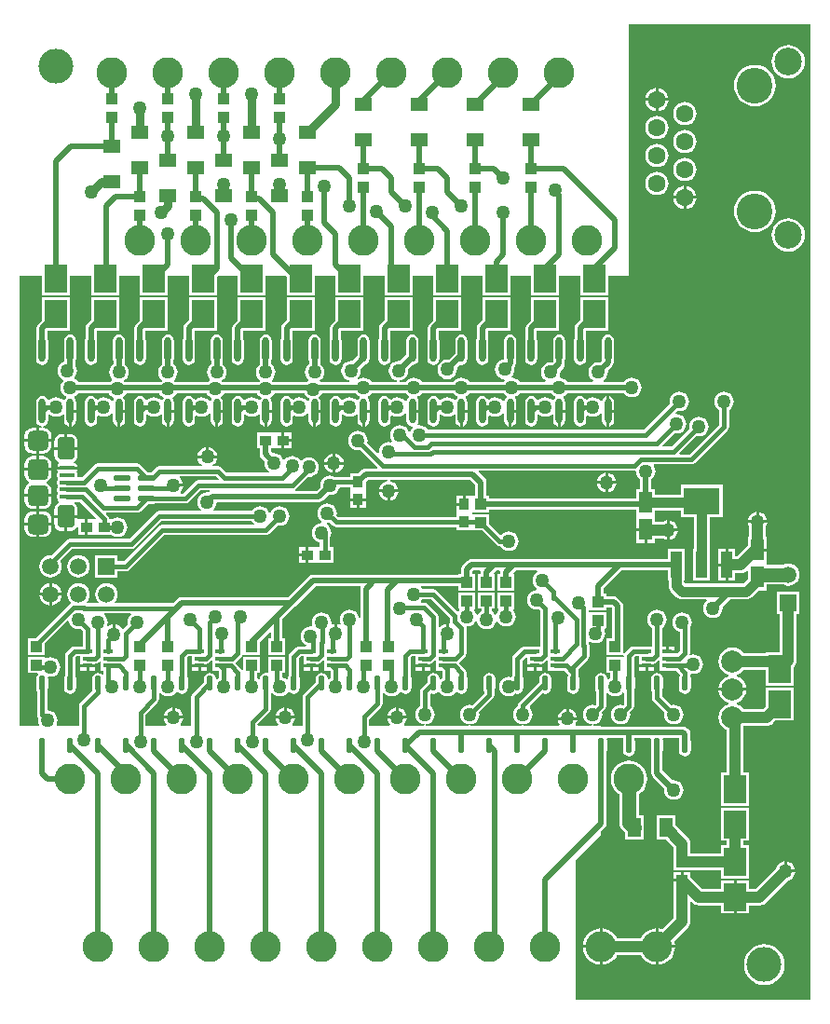
<source format=gbl>
%FSLAX25Y25*%
%MOIN*%
G70*
G01*
G75*
G04 Layer_Physical_Order=2*
G04 Layer_Color=16711680*
%ADD10O,0.02362X0.08661*%
%ADD11O,0.06890X0.02165*%
%ADD12O,0.02165X0.06890*%
G04:AMPARAMS|DCode=13|XSize=83mil|YSize=55mil|CornerRadius=13.75mil|HoleSize=0mil|Usage=FLASHONLY|Rotation=0.000|XOffset=0mil|YOffset=0mil|HoleType=Round|Shape=RoundedRectangle|*
%AMROUNDEDRECTD13*
21,1,0.08300,0.02750,0,0,0.0*
21,1,0.05550,0.05500,0,0,0.0*
1,1,0.02750,0.02775,-0.01375*
1,1,0.02750,-0.02775,-0.01375*
1,1,0.02750,-0.02775,0.01375*
1,1,0.02750,0.02775,0.01375*
%
%ADD13ROUNDEDRECTD13*%
%ADD14R,0.03937X0.03937*%
%ADD15R,0.03937X0.03937*%
%ADD16C,0.01500*%
%ADD17C,0.02000*%
%ADD18C,0.03000*%
%ADD19C,0.04000*%
%ADD20C,0.07874*%
%ADD21R,0.05906X0.05906*%
%ADD22C,0.05906*%
%ADD23R,0.05906X0.05906*%
%ADD24C,0.11000*%
%ADD25C,0.12500*%
%ADD26C,0.09843*%
%ADD27C,0.12795*%
%ADD28C,0.06299*%
%ADD29C,0.05000*%
%ADD30O,0.06299X0.01969*%
%ADD31R,0.03937X0.09449*%
%ADD32R,0.12992X0.09449*%
%ADD33O,0.02165X0.05512*%
%ADD34R,0.03347X0.01575*%
%ADD35O,0.02362X0.08858*%
G04:AMPARAMS|DCode=36|XSize=82.68mil|YSize=62.99mil|CornerRadius=15.75mil|HoleSize=0mil|Usage=FLASHONLY|Rotation=90.000|XOffset=0mil|YOffset=0mil|HoleType=Round|Shape=RoundedRectangle|*
%AMROUNDEDRECTD36*
21,1,0.08268,0.03150,0,0,90.0*
21,1,0.05118,0.06299,0,0,90.0*
1,1,0.03150,0.01575,0.02559*
1,1,0.03150,0.01575,-0.02559*
1,1,0.03150,-0.01575,-0.02559*
1,1,0.03150,-0.01575,0.02559*
%
%ADD36ROUNDEDRECTD36*%
G04:AMPARAMS|DCode=37|XSize=70.87mil|YSize=74.8mil|CornerRadius=17.72mil|HoleSize=0mil|Usage=FLASHONLY|Rotation=90.000|XOffset=0mil|YOffset=0mil|HoleType=Round|Shape=RoundedRectangle|*
%AMROUNDEDRECTD37*
21,1,0.07087,0.03937,0,0,90.0*
21,1,0.03543,0.07480,0,0,90.0*
1,1,0.03543,0.01969,0.01772*
1,1,0.03543,0.01969,-0.01772*
1,1,0.03543,-0.01969,-0.01772*
1,1,0.03543,-0.01969,0.01772*
%
%ADD37ROUNDEDRECTD37*%
G04:AMPARAMS|DCode=38|XSize=15.75mil|YSize=53.15mil|CornerRadius=3.94mil|HoleSize=0mil|Usage=FLASHONLY|Rotation=90.000|XOffset=0mil|YOffset=0mil|HoleType=Round|Shape=RoundedRectangle|*
%AMROUNDEDRECTD38*
21,1,0.01575,0.04528,0,0,90.0*
21,1,0.00787,0.05315,0,0,90.0*
1,1,0.00787,0.02264,0.00394*
1,1,0.00787,0.02264,-0.00394*
1,1,0.00787,-0.02264,-0.00394*
1,1,0.00787,-0.02264,0.00394*
%
%ADD38ROUNDEDRECTD38*%
G04:AMPARAMS|DCode=39|XSize=74.8mil|YSize=74.8mil|CornerRadius=18.7mil|HoleSize=0mil|Usage=FLASHONLY|Rotation=90.000|XOffset=0mil|YOffset=0mil|HoleType=Round|Shape=RoundedRectangle|*
%AMROUNDEDRECTD39*
21,1,0.07480,0.03740,0,0,90.0*
21,1,0.03740,0.07480,0,0,90.0*
1,1,0.03740,0.01870,0.01870*
1,1,0.03740,0.01870,-0.01870*
1,1,0.03740,-0.01870,-0.01870*
1,1,0.03740,-0.01870,0.01870*
%
%ADD39ROUNDEDRECTD39*%
%ADD40R,0.04724X0.06693*%
%ADD41R,0.08071X0.09843*%
%ADD42R,0.06496X0.04724*%
%ADD43R,0.03937X0.03740*%
%ADD44R,0.03740X0.03937*%
%ADD45R,0.04724X0.07677*%
%ADD46C,0.01000*%
%ADD47C,0.05000*%
%ADD48C,0.03500*%
G36*
X313587Y248772D02*
Y246213D01*
Y245941D01*
X318933D01*
Y246213D01*
Y246292D01*
X319341Y246373D01*
X319920Y246760D01*
X320605Y247445D01*
X321067Y247254D01*
Y246213D01*
Y243653D01*
X323004D01*
X323216Y243442D01*
Y241042D01*
X322572Y240548D01*
X322124Y240770D01*
Y240795D01*
X321962Y241608D01*
X321501Y242297D01*
X320813Y242757D01*
X320000Y242919D01*
X319187Y242757D01*
X318498Y242297D01*
X318038Y241608D01*
X317877Y240795D01*
Y239522D01*
X315738Y237384D01*
X315352Y236805D01*
X315216Y236122D01*
Y231043D01*
X314504Y230496D01*
X313943Y229765D01*
X313590Y228914D01*
X313470Y228000D01*
X313590Y227086D01*
X313943Y226235D01*
X314504Y225504D01*
X315235Y224943D01*
X316086Y224590D01*
X316779Y224499D01*
X316746Y224000D01*
X309617D01*
X309457Y224474D01*
X309496Y224504D01*
X310057Y225235D01*
X310410Y226086D01*
X310464Y226500D01*
X303536D01*
X303590Y226086D01*
X303943Y225235D01*
X304504Y224504D01*
X304543Y224474D01*
X304382Y224000D01*
X296905D01*
Y226382D01*
X301262Y230738D01*
X301648Y231317D01*
X301784Y232000D01*
X301784Y232000D01*
Y235664D01*
X302258Y235824D01*
X302504Y235504D01*
X303235Y234943D01*
X304086Y234590D01*
X305000Y234470D01*
X305914Y234590D01*
X306765Y234943D01*
X307496Y235504D01*
X307929Y236068D01*
X308429Y236052D01*
X308499Y235947D01*
X309187Y235487D01*
X310000Y235325D01*
X310813Y235487D01*
X311502Y235947D01*
X311962Y236636D01*
X312123Y237449D01*
Y240795D01*
X311962Y241608D01*
X311784Y241874D01*
Y248261D01*
X312298Y248775D01*
X313587D01*
Y248772D01*
D02*
G37*
G36*
X455000Y126000D02*
X371000D01*
Y176000D01*
X380000Y185000D01*
Y186116D01*
X381442Y187558D01*
X381884Y188220D01*
X382039Y189000D01*
Y214781D01*
X382123Y215205D01*
Y218551D01*
X381993Y219208D01*
X382310Y219595D01*
X387961D01*
Y218975D01*
X387877Y218551D01*
Y215205D01*
X388038Y214392D01*
X388498Y213703D01*
X389187Y213243D01*
X390000Y213081D01*
X390813Y213243D01*
X391501Y213703D01*
X391962Y214392D01*
X392124Y215205D01*
Y218551D01*
X392039Y218975D01*
Y219595D01*
X397690D01*
X398007Y219208D01*
X397877Y218551D01*
Y215205D01*
X397961Y214781D01*
Y207000D01*
X398116Y206220D01*
X398558Y205558D01*
X402545Y201571D01*
X402470Y201000D01*
X402590Y200086D01*
X402943Y199235D01*
X403504Y198504D01*
X404235Y197943D01*
X405086Y197590D01*
X406000Y197470D01*
X406914Y197590D01*
X407765Y197943D01*
X408496Y198504D01*
X409057Y199235D01*
X409410Y200086D01*
X409530Y201000D01*
X409410Y201914D01*
X409057Y202765D01*
X408496Y203496D01*
X407765Y204057D01*
X406914Y204410D01*
X406000Y204530D01*
X405429Y204455D01*
X402039Y207845D01*
Y214781D01*
X402123Y215205D01*
Y218551D01*
X401993Y219208D01*
X402310Y219595D01*
X407961D01*
Y218975D01*
X407876Y218551D01*
Y215205D01*
X408038Y214392D01*
X408498Y213703D01*
X409187Y213243D01*
X410000Y213081D01*
X410813Y213243D01*
X411502Y213703D01*
X411962Y214392D01*
X412123Y215205D01*
Y218551D01*
X412039Y218975D01*
Y221000D01*
X411884Y221780D01*
X411442Y222442D01*
X410808Y223076D01*
X410147Y223518D01*
X409366Y223673D01*
X380000D01*
Y224000D01*
X377254D01*
X377221Y224499D01*
X377914Y224590D01*
X378765Y224943D01*
X379496Y225504D01*
X380057Y226235D01*
X380410Y227086D01*
X380530Y228000D01*
X380413Y228890D01*
X381262Y229738D01*
X381648Y230317D01*
X381784Y231000D01*
Y235664D01*
X382258Y235824D01*
X382504Y235504D01*
X383235Y234943D01*
X384086Y234590D01*
X385000Y234470D01*
X385914Y234590D01*
X386765Y234943D01*
X387496Y235504D01*
X387742Y235824D01*
X388216Y235664D01*
Y231749D01*
X387840Y231420D01*
X387000Y231530D01*
X386086Y231410D01*
X385235Y231057D01*
X384504Y230496D01*
X383943Y229765D01*
X383590Y228914D01*
X383470Y228000D01*
X383590Y227086D01*
X383943Y226235D01*
X384504Y225504D01*
X385235Y224943D01*
X386086Y224590D01*
X387000Y224470D01*
X387914Y224590D01*
X388765Y224943D01*
X389496Y225504D01*
X390057Y226235D01*
X390410Y227086D01*
X390530Y228000D01*
X390413Y228890D01*
X391262Y229738D01*
X391649Y230317D01*
X391784Y231000D01*
Y236370D01*
X391962Y236636D01*
X392124Y237449D01*
Y240795D01*
X391962Y241608D01*
X391784Y241874D01*
Y248261D01*
X392298Y248775D01*
X393587D01*
Y248772D01*
Y246213D01*
Y245941D01*
X398933D01*
Y246213D01*
Y246292D01*
X399341Y246373D01*
X399920Y246760D01*
X400605Y247445D01*
X401067Y247254D01*
Y246213D01*
Y243653D01*
X406413D01*
Y243657D01*
X406820D01*
X408216Y242261D01*
Y241874D01*
X408038Y241608D01*
X407876Y240795D01*
Y237449D01*
X408038Y236636D01*
X408498Y235947D01*
X409187Y235487D01*
X410000Y235325D01*
X410813Y235487D01*
X411502Y235947D01*
X411962Y236636D01*
X412123Y237449D01*
Y240795D01*
X411962Y241608D01*
X411784Y241874D01*
Y242251D01*
X412160Y242580D01*
X413000Y242470D01*
X413914Y242590D01*
X414765Y242943D01*
X415496Y243504D01*
X416057Y244235D01*
X416410Y245086D01*
X416530Y246000D01*
X416410Y246914D01*
X416057Y247765D01*
X415496Y248496D01*
X414765Y249057D01*
X413914Y249410D01*
X413000Y249530D01*
X412086Y249410D01*
X412086D01*
Y249410D01*
D01*
X411736Y249756D01*
X411784Y250000D01*
X411784Y250000D01*
Y258879D01*
X412057Y259235D01*
X412410Y260086D01*
X412530Y261000D01*
X412410Y261914D01*
X412057Y262765D01*
X411496Y263496D01*
X410765Y264057D01*
X409914Y264410D01*
X409000Y264530D01*
X408086Y264410D01*
X407235Y264057D01*
X406504Y263496D01*
X405943Y262765D01*
X405590Y261914D01*
X405470Y261000D01*
X405590Y260086D01*
X405943Y259235D01*
X406504Y258504D01*
X407235Y257943D01*
X408086Y257590D01*
X408216Y257573D01*
Y250739D01*
X407261Y249784D01*
X406413D01*
Y249787D01*
Y250059D01*
X403740D01*
Y250559D01*
X403240D01*
Y252346D01*
X401784D01*
Y258958D01*
X402496Y259504D01*
X403057Y260235D01*
X403410Y261086D01*
X403530Y262000D01*
X403410Y262914D01*
X403057Y263765D01*
X402496Y264496D01*
X401765Y265057D01*
X400914Y265410D01*
X400000Y265530D01*
X399086Y265410D01*
X398235Y265057D01*
X397504Y264496D01*
X396943Y263765D01*
X396590Y262914D01*
X396470Y262000D01*
X396590Y261086D01*
X396943Y260235D01*
X397504Y259504D01*
X398216Y258958D01*
Y252346D01*
X393587D01*
Y252343D01*
X391559D01*
X390876Y252207D01*
X390297Y251821D01*
X390297Y251821D01*
X388738Y250262D01*
X388447Y249826D01*
X387968Y249971D01*
Y253013D01*
X388009Y253218D01*
Y266914D01*
X388009Y266914D01*
X387854Y267694D01*
X387412Y268356D01*
X386078Y269690D01*
X385416Y270132D01*
X384636Y270287D01*
X381968D01*
Y271217D01*
X381039D01*
Y273155D01*
X387427Y279543D01*
X403976D01*
Y275858D01*
X404171D01*
Y274055D01*
X404266Y273337D01*
X404428Y272945D01*
X404543Y272668D01*
X404984Y272094D01*
X407039Y270039D01*
X407613Y269598D01*
X407890Y269483D01*
X408282Y269321D01*
X409000Y269226D01*
X417677D01*
X417838Y268753D01*
X417504Y268496D01*
X416943Y267765D01*
X416590Y266914D01*
X416470Y266000D01*
X416590Y265086D01*
X416943Y264235D01*
X417504Y263504D01*
X418235Y262943D01*
X419086Y262590D01*
X420000Y262470D01*
X420914Y262590D01*
X421765Y262943D01*
X422496Y263504D01*
X423057Y264235D01*
X423410Y265086D01*
X423530Y266000D01*
X423455Y266571D01*
X426110Y269226D01*
X432000D01*
X432718Y269321D01*
X433110Y269483D01*
X433387Y269598D01*
X433961Y270039D01*
X436261Y272339D01*
X439362D01*
Y274470D01*
X445194D01*
X445968Y274149D01*
X447000Y274013D01*
X448032Y274149D01*
X448993Y274547D01*
X449819Y275181D01*
X450453Y276007D01*
X450851Y276968D01*
X450987Y278000D01*
X450851Y279032D01*
X450453Y279993D01*
X449819Y280819D01*
X448993Y281453D01*
X448032Y281851D01*
X447000Y281987D01*
X445968Y281851D01*
X445194Y281530D01*
X439362D01*
Y281984D01*
Y286323D01*
X436000D01*
Y287323D01*
X439362D01*
Y291661D01*
X439026D01*
Y295194D01*
X439057Y295235D01*
X439410Y296086D01*
X439464Y296500D01*
X432536D01*
X432590Y296086D01*
X432943Y295235D01*
X432974Y295194D01*
Y291661D01*
X432638D01*
Y288538D01*
X428709Y284609D01*
X428024D01*
Y287307D01*
X425555D01*
Y281583D01*
Y275858D01*
X428024D01*
Y278557D01*
X429962D01*
X430745Y278660D01*
X431475Y278962D01*
X432102Y279443D01*
X432176Y279517D01*
X432638Y279326D01*
Y278206D01*
X432590Y278091D01*
X432470Y277177D01*
X432561Y276484D01*
X430851Y274774D01*
X410149D01*
X409719Y275204D01*
Y275858D01*
X409913D01*
Y287307D01*
X403976D01*
Y283622D01*
X333583D01*
X332802Y283467D01*
X332141Y283025D01*
X330558Y281442D01*
X330116Y280780D01*
X329961Y280000D01*
Y278217D01*
X329031D01*
Y278039D01*
X277000D01*
X276220Y277884D01*
X275558Y277442D01*
X268155Y270039D01*
X230000D01*
X229220Y269884D01*
X228558Y269442D01*
X226900Y267784D01*
X206080D01*
X205859Y268233D01*
X206453Y269007D01*
X206851Y269968D01*
X206987Y271000D01*
X206851Y272032D01*
X206453Y272993D01*
X205819Y273819D01*
X204993Y274453D01*
X204032Y274851D01*
X203000Y274987D01*
X201968Y274851D01*
X201007Y274453D01*
X200181Y273819D01*
X199547Y272993D01*
X199149Y272032D01*
X199013Y271000D01*
X199149Y269968D01*
X199547Y269007D01*
X200141Y268233D01*
X199920Y267784D01*
X196124D01*
X196002Y267943D01*
X195859Y268233D01*
X196453Y269007D01*
X196851Y269968D01*
X196987Y271000D01*
X196851Y272032D01*
X196453Y272993D01*
X195819Y273819D01*
X194993Y274453D01*
X194032Y274851D01*
X193000Y274987D01*
X191968Y274851D01*
X191007Y274453D01*
X190181Y273819D01*
X189547Y272993D01*
X189149Y272032D01*
X189013Y271000D01*
X189149Y269968D01*
X189547Y269007D01*
X190181Y268181D01*
X190212Y268157D01*
X190196Y267657D01*
X189978Y267512D01*
X177683Y255217D01*
X175031D01*
Y249279D01*
X180968D01*
Y253455D01*
X189075Y261562D01*
X189549Y261402D01*
X189590Y261086D01*
X189943Y260235D01*
X190504Y259504D01*
X191235Y258943D01*
X192086Y258590D01*
X193000Y258470D01*
X193890Y258587D01*
X194476Y258001D01*
Y252346D01*
X193587D01*
Y252343D01*
X191559D01*
X190876Y252207D01*
X190297Y251821D01*
X190297Y251821D01*
X188738Y250262D01*
X188352Y249683D01*
X188216Y249000D01*
Y241874D01*
X188038Y241608D01*
X187876Y240795D01*
Y237449D01*
X188038Y236636D01*
X188498Y235947D01*
X189187Y235487D01*
X190000Y235325D01*
X190813Y235487D01*
X191501Y235947D01*
X191962Y236636D01*
X192123Y237449D01*
Y240795D01*
X191962Y241608D01*
X191784Y241874D01*
Y248261D01*
X192298Y248775D01*
X193587D01*
Y248772D01*
Y246213D01*
Y245941D01*
X198933D01*
Y246213D01*
Y246216D01*
X199000D01*
X199683Y246352D01*
X200262Y246738D01*
X200605Y247082D01*
X201067Y246890D01*
Y246213D01*
Y243653D01*
X201956D01*
Y242435D01*
X201501Y242297D01*
X200813Y242757D01*
X200000Y242919D01*
X199187Y242757D01*
X198498Y242297D01*
X198038Y241608D01*
X197877Y240795D01*
Y237449D01*
X198038Y236636D01*
X198068Y236591D01*
X193738Y232262D01*
X193351Y231683D01*
X193216Y231000D01*
Y224000D01*
X185410D01*
X185132Y224416D01*
X185410Y225086D01*
X185530Y226000D01*
X185410Y226914D01*
X185057Y227765D01*
X184496Y228496D01*
X183765Y229057D01*
X182914Y229410D01*
X182000Y229530D01*
X181784Y229719D01*
Y236370D01*
X181962Y236636D01*
X182123Y237449D01*
Y240795D01*
X182046Y241185D01*
X182388Y241550D01*
X183000Y241470D01*
X183914Y241590D01*
X184765Y241943D01*
X185496Y242504D01*
X186057Y243235D01*
X186410Y244086D01*
X186530Y245000D01*
X186410Y245914D01*
X186057Y246765D01*
X185496Y247496D01*
X184765Y248057D01*
X183914Y248410D01*
X183000Y248530D01*
X182086Y248410D01*
X181384Y248119D01*
X180968Y248397D01*
Y248721D01*
X175031D01*
Y242783D01*
X178366D01*
X178511Y242305D01*
X178498Y242297D01*
X178038Y241608D01*
X177876Y240795D01*
Y237449D01*
X178038Y236636D01*
X178216Y236370D01*
Y228000D01*
X178351Y227317D01*
X178602Y226942D01*
X178590Y226914D01*
X178470Y226000D01*
X178590Y225086D01*
X178868Y224416D01*
X178590Y224000D01*
X172000D01*
Y385000D01*
X179965D01*
Y377878D01*
X190035D01*
Y385000D01*
X197465D01*
Y377878D01*
X207535D01*
Y385000D01*
X214965D01*
Y377878D01*
X225035D01*
Y385000D01*
X232465D01*
Y377878D01*
X242535D01*
Y384652D01*
X242884Y385000D01*
X249965D01*
Y377878D01*
X260035D01*
Y385000D01*
X267116D01*
X267465Y384652D01*
Y377878D01*
X277535D01*
Y385000D01*
X284965D01*
Y377878D01*
X295035D01*
Y385000D01*
X302465D01*
Y377878D01*
X312535D01*
Y385000D01*
X319965D01*
Y377878D01*
X330035D01*
Y385000D01*
X337465D01*
Y377878D01*
X347535D01*
Y385000D01*
X354965D01*
Y377878D01*
X365035D01*
Y385000D01*
X372465D01*
Y377878D01*
X382535D01*
Y385000D01*
X390000D01*
Y475000D01*
X455000D01*
Y126000D01*
D02*
G37*
G36*
X233587Y248772D02*
Y246213D01*
Y245941D01*
X238933D01*
Y246213D01*
Y246292D01*
X239341Y246373D01*
X239920Y246760D01*
X240605Y247445D01*
X241067Y247254D01*
Y246213D01*
Y243653D01*
X243004D01*
X243216Y243442D01*
Y241042D01*
X242572Y240548D01*
X242124Y240770D01*
Y240795D01*
X241962Y241608D01*
X241501Y242297D01*
X240813Y242757D01*
X240000Y242919D01*
X239187Y242757D01*
X238498Y242297D01*
X238038Y241608D01*
X237877Y240795D01*
Y239522D01*
X233859Y235505D01*
X233472Y234926D01*
X233337Y234243D01*
Y224000D01*
X229618D01*
X229457Y224474D01*
X229496Y224504D01*
X230057Y225235D01*
X230410Y226086D01*
X230464Y226500D01*
X223536D01*
X223590Y226086D01*
X223943Y225235D01*
X224504Y224504D01*
X224543Y224474D01*
X224382Y224000D01*
X216966D01*
Y228004D01*
X221262Y232299D01*
X221262Y232299D01*
X221649Y232878D01*
X221784Y233561D01*
Y235664D01*
X222258Y235824D01*
X222504Y235504D01*
X223235Y234943D01*
X224086Y234590D01*
X225000Y234470D01*
X225914Y234590D01*
X226765Y234943D01*
X227496Y235504D01*
X227929Y236068D01*
X228429Y236052D01*
X228499Y235947D01*
X229187Y235487D01*
X230000Y235325D01*
X230813Y235487D01*
X231502Y235947D01*
X231962Y236636D01*
X232123Y237449D01*
Y240795D01*
X231962Y241608D01*
X231784Y241874D01*
Y248261D01*
X232298Y248775D01*
X233587D01*
Y248772D01*
D02*
G37*
G36*
X273587D02*
Y246213D01*
Y245941D01*
X278933D01*
Y246213D01*
Y246292D01*
X279341Y246373D01*
X279920Y246760D01*
X280605Y247445D01*
X281067Y247254D01*
Y246213D01*
Y243653D01*
X283004D01*
X283216Y243442D01*
Y241042D01*
X282572Y240548D01*
X282123Y240770D01*
Y240795D01*
X281962Y241608D01*
X281502Y242297D01*
X280813Y242757D01*
X280000Y242919D01*
X279187Y242757D01*
X278499Y242297D01*
X278038Y241608D01*
X277876Y240795D01*
Y239522D01*
X273738Y235384D01*
X273352Y234805D01*
X273216Y234122D01*
Y224000D01*
X269618D01*
X269457Y224474D01*
X269496Y224504D01*
X270057Y225235D01*
X270410Y226086D01*
X270464Y226500D01*
X263536D01*
X263590Y226086D01*
X263943Y225235D01*
X264504Y224504D01*
X264543Y224474D01*
X264383Y224000D01*
X257177D01*
X256985Y224462D01*
X261262Y228738D01*
X261649Y229317D01*
X261784Y230000D01*
X261784Y230000D01*
Y235664D01*
X262258Y235824D01*
X262504Y235504D01*
X263235Y234943D01*
X264086Y234590D01*
X265000Y234470D01*
X265914Y234590D01*
X266765Y234943D01*
X267496Y235504D01*
X267929Y236068D01*
X268429Y236052D01*
X268498Y235947D01*
X269187Y235487D01*
X270000Y235325D01*
X270813Y235487D01*
X271501Y235947D01*
X271962Y236636D01*
X272124Y237449D01*
Y240795D01*
X271962Y241608D01*
X271784Y241874D01*
Y247820D01*
X272739Y248775D01*
X273587D01*
Y248772D01*
D02*
G37*
G36*
X325966Y262511D02*
Y261240D01*
X325966Y261240D01*
X325966D01*
X326053Y260802D01*
X325711Y260437D01*
X325500Y260464D01*
Y257000D01*
X324500D01*
Y260464D01*
X324086Y260410D01*
X323235Y260057D01*
X322504Y259496D01*
X322258Y259176D01*
X321784Y259336D01*
Y263000D01*
X321649Y263683D01*
X321262Y264262D01*
X321262Y264262D01*
X318012Y267512D01*
X317433Y267899D01*
X316750Y268034D01*
X315656D01*
X315496Y268504D01*
X316042Y269216D01*
X319261D01*
X325966Y262511D01*
D02*
G37*
G36*
X294075Y273574D02*
X293961Y273000D01*
Y262552D01*
X293462Y262519D01*
X293410Y262914D01*
X293057Y263765D01*
X292496Y264496D01*
X291765Y265057D01*
X290914Y265410D01*
X290000Y265530D01*
X289086Y265410D01*
X288235Y265057D01*
X287504Y264496D01*
X286943Y263765D01*
X286590Y262914D01*
X286470Y262000D01*
X286590Y261086D01*
X286818Y260535D01*
X286465Y260182D01*
X285914Y260410D01*
X285500Y260464D01*
Y257000D01*
X284500D01*
Y260464D01*
X284086Y260410D01*
X283878Y260324D01*
X283481Y260628D01*
X283530Y261000D01*
X283410Y261914D01*
X283057Y262765D01*
X282496Y263496D01*
X281765Y264057D01*
X280914Y264410D01*
X280000Y264530D01*
X279086Y264410D01*
X278235Y264057D01*
X277504Y263496D01*
X276943Y262765D01*
X276590Y261914D01*
X276470Y261000D01*
X276590Y260086D01*
X276676Y259878D01*
X276372Y259481D01*
X276000Y259530D01*
X275086Y259410D01*
X274235Y259057D01*
X273504Y258496D01*
X272943Y257765D01*
X272590Y256914D01*
X272470Y256000D01*
X272590Y255086D01*
X272943Y254235D01*
X273504Y253504D01*
X274235Y252943D01*
X274491Y252837D01*
X274393Y252346D01*
X273587D01*
Y252343D01*
X272000D01*
X272000Y252343D01*
X271317Y252207D01*
X271028Y252014D01*
X270738Y251821D01*
X270738Y251821D01*
X268738Y249821D01*
X268352Y249242D01*
X268216Y248559D01*
Y241874D01*
X268038Y241608D01*
X267877Y240795D01*
Y240770D01*
X267428Y240548D01*
X266765Y241057D01*
X265914Y241410D01*
X265784Y241427D01*
Y242783D01*
X266968D01*
Y248721D01*
X261032D01*
Y243108D01*
X260645Y242791D01*
X260000Y242919D01*
X259187Y242757D01*
X258499Y242297D01*
X258038Y241608D01*
X257876Y240795D01*
Y240770D01*
X257428Y240548D01*
X256784Y241042D01*
Y242783D01*
X257968D01*
Y248721D01*
X252031D01*
Y243971D01*
X251553Y243826D01*
X251262Y244262D01*
X251262Y244262D01*
X249219Y246304D01*
X249262Y246738D01*
X251262Y248738D01*
X251262Y248738D01*
X251455Y249028D01*
X251648Y249317D01*
X252010Y249342D01*
X252031Y249279D01*
Y249279D01*
X257968D01*
Y254085D01*
X261499Y257615D01*
X261961Y257424D01*
Y255217D01*
X261032D01*
Y249279D01*
X266968D01*
Y255217D01*
X266039D01*
Y262155D01*
X270442Y266558D01*
X277845Y273961D01*
X293758D01*
X294075Y273574D01*
D02*
G37*
G36*
X357235Y279057D02*
X356504Y278496D01*
X355943Y277765D01*
X355590Y276914D01*
X355470Y276000D01*
X355590Y275086D01*
X355943Y274235D01*
X356504Y273504D01*
X357071Y273069D01*
X357000Y272530D01*
X356086Y272410D01*
X355235Y272057D01*
X354504Y271496D01*
X353943Y270765D01*
X353590Y269914D01*
X353470Y269000D01*
X353590Y268086D01*
X353943Y267235D01*
X354504Y266504D01*
X355235Y265943D01*
X356086Y265590D01*
X357000Y265470D01*
X357840Y265580D01*
X358216Y265251D01*
Y252346D01*
X353587D01*
Y252343D01*
X352559D01*
X352559Y252343D01*
X351876Y252207D01*
X351587Y252014D01*
X351297Y251821D01*
X351297Y251821D01*
X348738Y249262D01*
X348352Y248683D01*
X348216Y248000D01*
Y241874D01*
X348038Y241608D01*
X348009Y241461D01*
X347914Y241410D01*
X347000Y241530D01*
X346086Y241410D01*
X345235Y241057D01*
X344504Y240496D01*
X343943Y239765D01*
X343590Y238914D01*
X343470Y238000D01*
X343590Y237086D01*
X343943Y236235D01*
X344504Y235504D01*
X345235Y234943D01*
X346086Y234590D01*
X347000Y234470D01*
X347914Y234590D01*
X348765Y234943D01*
X349415Y235442D01*
X350000Y235325D01*
X350813Y235487D01*
X351501Y235947D01*
X351962Y236636D01*
X352123Y237449D01*
Y240795D01*
X351962Y241608D01*
X351784Y241874D01*
Y247261D01*
X353125Y248601D01*
X353587Y248410D01*
Y246213D01*
Y245941D01*
X358933D01*
Y246213D01*
Y246292D01*
X359341Y246373D01*
X359920Y246760D01*
X360605Y247445D01*
X361067Y247254D01*
Y246213D01*
Y243653D01*
X366413D01*
Y243657D01*
X366820D01*
X368216Y242261D01*
Y241874D01*
X368038Y241608D01*
X367877Y240795D01*
Y237449D01*
X368038Y236636D01*
X368498Y235947D01*
X369187Y235487D01*
X370000Y235325D01*
X370813Y235487D01*
X371501Y235947D01*
X371962Y236636D01*
X372124Y237449D01*
Y240795D01*
X371962Y241608D01*
X371784Y241874D01*
Y243000D01*
Y244261D01*
X375262Y247738D01*
X375262Y247738D01*
X375648Y248317D01*
X375784Y249000D01*
Y252500D01*
X375648Y253183D01*
X375534Y253354D01*
Y253915D01*
X375983Y254136D01*
X376235Y253943D01*
X377086Y253590D01*
X378000Y253470D01*
X378914Y253590D01*
X379765Y253943D01*
X380496Y254504D01*
X381057Y255235D01*
X381410Y256086D01*
X381530Y257000D01*
X381410Y257914D01*
X381222Y258368D01*
X381500Y258784D01*
X381968D01*
Y264721D01*
X376031D01*
Y264721D01*
X375888D01*
X375534Y265074D01*
Y265280D01*
X376031D01*
Y265280D01*
X381968D01*
Y266209D01*
X383791D01*
X383931Y266069D01*
Y255217D01*
X382031D01*
Y249279D01*
X387968D01*
X387968Y249279D01*
Y249279D01*
X388038Y249266D01*
X388216Y249000D01*
Y248721D01*
X387968D01*
Y248721D01*
X382031D01*
Y242783D01*
X383216D01*
Y241042D01*
X382572Y240548D01*
X382123Y240770D01*
Y240795D01*
X381962Y241608D01*
X381502Y242297D01*
X380813Y242757D01*
X380000Y242919D01*
X379187Y242757D01*
X378499Y242297D01*
X378038Y241608D01*
X377876Y240795D01*
Y237449D01*
X378038Y236636D01*
X378216Y236370D01*
Y231749D01*
X377840Y231420D01*
X377000Y231530D01*
X376086Y231410D01*
X375235Y231057D01*
X374504Y230496D01*
X373943Y229765D01*
X373590Y228914D01*
X373470Y228000D01*
X373590Y227086D01*
X373943Y226235D01*
X374504Y225504D01*
X375235Y224943D01*
X376086Y224590D01*
X376779Y224499D01*
X376746Y224000D01*
X371059D01*
X370837Y224448D01*
X371057Y224735D01*
X371410Y225586D01*
X371464Y226000D01*
X364536D01*
X364590Y225586D01*
X364943Y224735D01*
X365163Y224448D01*
X364941Y224000D01*
X352254D01*
X352250Y224061D01*
X352250D01*
X352221Y224499D01*
X352914Y224590D01*
X353765Y224943D01*
X354496Y225504D01*
X355057Y226235D01*
X355410Y227086D01*
X355530Y228000D01*
X355410Y228914D01*
X355057Y229765D01*
X354496Y230496D01*
X354458Y230525D01*
X354426Y231024D01*
X359008Y235607D01*
X359187Y235487D01*
X360000Y235325D01*
X360813Y235487D01*
X361502Y235947D01*
X361962Y236636D01*
X362123Y237449D01*
Y240795D01*
X361962Y241608D01*
X361502Y242297D01*
X360813Y242757D01*
X360000Y242919D01*
X359187Y242757D01*
X358499Y242297D01*
X358038Y241608D01*
X357876Y240795D01*
Y239522D01*
X350738Y232384D01*
X350352Y231805D01*
X350216Y231122D01*
Y231043D01*
X349504Y230496D01*
X348943Y229765D01*
X348590Y228914D01*
X348470Y228000D01*
X348590Y227086D01*
X348943Y226235D01*
X349504Y225504D01*
X350235Y224943D01*
X351086Y224590D01*
X351779Y224499D01*
X351750Y224061D01*
X351750D01*
X351746Y224000D01*
X333254D01*
X333250Y224061D01*
X333250D01*
X333221Y224499D01*
X333914Y224590D01*
X334765Y224943D01*
X335496Y225504D01*
X336057Y226235D01*
X336410Y227086D01*
X336530Y228000D01*
X336413Y228890D01*
X341262Y233738D01*
X341262Y233738D01*
X341649Y234317D01*
X341784Y235000D01*
Y236370D01*
X341962Y236636D01*
X342124Y237449D01*
Y240795D01*
X341962Y241608D01*
X341501Y242297D01*
X340813Y242757D01*
X340000Y242919D01*
X339187Y242757D01*
X338498Y242297D01*
X338038Y241608D01*
X337877Y240795D01*
Y237449D01*
X338038Y236636D01*
X338216Y236370D01*
Y235739D01*
X333890Y231413D01*
X333000Y231530D01*
X332086Y231410D01*
X331235Y231057D01*
X330504Y230496D01*
X329943Y229765D01*
X329590Y228914D01*
X329470Y228000D01*
X329590Y227086D01*
X329943Y226235D01*
X330504Y225504D01*
X331235Y224943D01*
X332086Y224590D01*
X332779Y224499D01*
X332750Y224061D01*
X332750D01*
X332746Y224000D01*
X317254D01*
X317221Y224499D01*
X317914Y224590D01*
X318765Y224943D01*
X319496Y225504D01*
X320057Y226235D01*
X320410Y227086D01*
X320530Y228000D01*
X320410Y228914D01*
X320057Y229765D01*
X319496Y230496D01*
X318784Y231043D01*
Y234884D01*
X319187Y235487D01*
X320000Y235325D01*
X320813Y235487D01*
X321501Y235947D01*
X321571Y236052D01*
X322071Y236068D01*
X322504Y235504D01*
X323235Y234943D01*
X324086Y234590D01*
X325000Y234470D01*
X325914Y234590D01*
X326765Y234943D01*
X327496Y235504D01*
X327929Y236068D01*
X328429Y236052D01*
X328499Y235947D01*
X329187Y235487D01*
X330000Y235325D01*
X330813Y235487D01*
X331502Y235947D01*
X331962Y236636D01*
X332123Y237449D01*
Y240795D01*
X331962Y241608D01*
X331784Y241874D01*
Y243000D01*
X331648Y243683D01*
X331262Y244262D01*
X331262Y244262D01*
X329219Y246304D01*
X329262Y246738D01*
X331262Y248738D01*
X331262Y248738D01*
X331455Y249028D01*
X331648Y249317D01*
X331784Y250000D01*
X331784Y250000D01*
Y258990D01*
X331768Y259071D01*
X332059Y259478D01*
X332914Y259590D01*
X333765Y259943D01*
X334496Y260504D01*
X335057Y261235D01*
X335077Y261283D01*
X335573Y261217D01*
X335590Y261086D01*
X335943Y260235D01*
X336504Y259504D01*
X337235Y258943D01*
X338086Y258590D01*
X339000Y258470D01*
X339914Y258590D01*
X340765Y258943D01*
X341496Y259504D01*
X342057Y260235D01*
X342410Y261086D01*
X342427Y261217D01*
X342923Y261283D01*
X342943Y261235D01*
X343504Y260504D01*
X344235Y259943D01*
X345086Y259590D01*
X346000Y259470D01*
X346914Y259590D01*
X347765Y259943D01*
X348496Y260504D01*
X349057Y261235D01*
X349410Y262086D01*
X349530Y263000D01*
X349410Y263914D01*
X349057Y264765D01*
X348620Y265335D01*
X348841Y265784D01*
X348969D01*
Y271721D01*
X343032D01*
Y265784D01*
X343159D01*
X343380Y265335D01*
X342943Y264765D01*
X342590Y263914D01*
X342573Y263783D01*
X342077Y263717D01*
X342057Y263765D01*
X341496Y264496D01*
X340784Y265042D01*
Y265784D01*
X341968D01*
Y271721D01*
X336032D01*
Y265784D01*
X337216D01*
Y265042D01*
X336504Y264496D01*
X335943Y263765D01*
X335923Y263717D01*
X335427Y263783D01*
X335410Y263914D01*
X335057Y264765D01*
X334620Y265335D01*
X334841Y265784D01*
X334968D01*
Y271721D01*
X329031D01*
Y265784D01*
X329159D01*
X329380Y265335D01*
X329094Y264962D01*
X328594Y264929D01*
X321262Y272262D01*
X320683Y272649D01*
X320000Y272784D01*
X316042D01*
X315496Y273496D01*
X315654Y273961D01*
X329031D01*
Y272280D01*
X334968D01*
Y278217D01*
X334039D01*
Y279155D01*
X334427Y279543D01*
X336675D01*
X336992Y279157D01*
X336961Y279000D01*
Y278217D01*
X336032D01*
Y272280D01*
X341968D01*
Y278217D01*
X341754D01*
X341562Y278678D01*
X342427Y279543D01*
X343675D01*
X343992Y279157D01*
X343961Y279000D01*
Y278217D01*
X343032D01*
Y272280D01*
X348969D01*
Y278217D01*
X348754D01*
X348562Y278678D01*
X349427Y279543D01*
X357033D01*
X357235Y279057D01*
D02*
G37*
G36*
X211824Y263742D02*
X211504Y263496D01*
X210943Y262765D01*
X210590Y261914D01*
X210470Y261000D01*
X210587Y260110D01*
X209158Y258681D01*
X208659Y258714D01*
X208246Y259251D01*
X207515Y259812D01*
X206664Y260165D01*
X206250Y260220D01*
Y256755D01*
X205250D01*
Y260220D01*
X204836Y260165D01*
X203985Y259812D01*
X203747Y259630D01*
X203350Y259934D01*
X203415Y260091D01*
X203535Y261005D01*
X203415Y261919D01*
X203062Y262770D01*
X202501Y263501D01*
X202188Y263742D01*
X202348Y264216D01*
X211664D01*
X211824Y263742D01*
D02*
G37*
%LPC*%
G36*
X424555Y287307D02*
X422087D01*
Y282083D01*
X424555D01*
Y287307D01*
D02*
G37*
G36*
X193000Y284987D02*
X191968Y284851D01*
X191007Y284453D01*
X190181Y283819D01*
X189547Y282993D01*
X189149Y282032D01*
X189013Y281000D01*
X189149Y279968D01*
X189547Y279007D01*
X190181Y278181D01*
X191007Y277547D01*
X191968Y277149D01*
X193000Y277013D01*
X194032Y277149D01*
X194993Y277547D01*
X195819Y278181D01*
X196453Y279007D01*
X196851Y279968D01*
X196987Y281000D01*
X196851Y282032D01*
X196453Y282993D01*
X195819Y283819D01*
X194993Y284453D01*
X194032Y284851D01*
X193000Y284987D01*
D02*
G37*
G36*
X424555Y281083D02*
X422087D01*
Y275858D01*
X424555D01*
Y281083D01*
D02*
G37*
G36*
X274350Y284500D02*
X271882D01*
Y282130D01*
X274350D01*
Y284500D01*
D02*
G37*
G36*
X407464Y293500D02*
X404500D01*
Y290536D01*
X404914Y290590D01*
X405765Y290943D01*
X406496Y291504D01*
X407057Y292235D01*
X407410Y293086D01*
X407464Y293500D01*
D02*
G37*
G36*
X395500Y293677D02*
X392638D01*
Y289339D01*
X395500D01*
Y293677D01*
D02*
G37*
G36*
X274350Y287870D02*
X271882D01*
Y285500D01*
X274350D01*
Y287870D01*
D02*
G37*
G36*
X307464Y307500D02*
X304500D01*
Y304536D01*
X304914Y304590D01*
X305765Y304943D01*
X306496Y305504D01*
X307057Y306235D01*
X307410Y307086D01*
X307464Y307500D01*
D02*
G37*
G36*
X409500Y172020D02*
Y168752D01*
X409000D01*
Y168252D01*
X405974D01*
Y155253D01*
X401928Y151207D01*
X401274Y151406D01*
X400500Y151482D01*
Y145500D01*
X406482D01*
X406406Y146274D01*
X406208Y146928D01*
X411140Y151860D01*
X411621Y152487D01*
X411709Y152701D01*
X411923Y153217D01*
X412026Y154000D01*
Y160793D01*
X412488Y160985D01*
X412912Y160561D01*
X413538Y160080D01*
X413752Y159992D01*
X414268Y159778D01*
X415051Y159675D01*
X422965D01*
Y156780D01*
X427500D01*
Y162701D01*
Y168622D01*
X422965D01*
Y165727D01*
X416305D01*
X411969Y170063D01*
Y171721D01*
X409781D01*
X409500Y172020D01*
D02*
G37*
G36*
X183233Y315224D02*
X173704D01*
Y313854D01*
X173802Y313105D01*
X174091Y312407D01*
X174551Y311807D01*
X175151Y311347D01*
X175386Y311250D01*
Y310750D01*
X175151Y310653D01*
X174551Y310193D01*
X174091Y309593D01*
X173802Y308895D01*
X173704Y308146D01*
Y306776D01*
X183233D01*
Y308146D01*
X183135Y308895D01*
X182846Y309593D01*
X182386Y310193D01*
X181786Y310653D01*
X181551Y310750D01*
Y311250D01*
X181786Y311347D01*
X182386Y311807D01*
X182846Y312407D01*
X183135Y313105D01*
X183233Y313854D01*
Y315224D01*
D02*
G37*
G36*
X186921Y270500D02*
X183500D01*
Y267079D01*
X184032Y267149D01*
X184993Y267547D01*
X185819Y268181D01*
X186453Y269007D01*
X186851Y269968D01*
X186921Y270500D01*
D02*
G37*
G36*
X303500Y307500D02*
X300536D01*
X300590Y307086D01*
X300943Y306235D01*
X301504Y305504D01*
X302235Y304943D01*
X303086Y304590D01*
X303500Y304536D01*
Y307500D01*
D02*
G37*
G36*
X183500Y274921D02*
Y271500D01*
X186921D01*
X186851Y272032D01*
X186453Y272993D01*
X185819Y273819D01*
X184993Y274453D01*
X184032Y274851D01*
X183500Y274921D01*
D02*
G37*
G36*
X182500D02*
X181968Y274851D01*
X181007Y274453D01*
X180181Y273819D01*
X179547Y272993D01*
X179149Y272032D01*
X179079Y271500D01*
X182500D01*
Y274921D01*
D02*
G37*
G36*
X177988Y300607D02*
X176520D01*
X175796Y300511D01*
X175122Y300232D01*
X174543Y299788D01*
X174099Y299209D01*
X173819Y298535D01*
X173724Y297811D01*
Y296539D01*
X177988D01*
Y300607D01*
D02*
G37*
G36*
X404500Y297464D02*
Y294500D01*
X407464D01*
X407410Y294914D01*
X407057Y295765D01*
X406496Y296496D01*
X405765Y297057D01*
X404914Y297410D01*
X404500Y297464D01*
D02*
G37*
G36*
X188008Y298295D02*
X184336D01*
Y296236D01*
X184424Y295564D01*
X184684Y294938D01*
X185097Y294400D01*
X185635Y293987D01*
X186261Y293728D01*
X186933Y293639D01*
X188008D01*
Y298295D01*
D02*
G37*
G36*
X180457Y300607D02*
X178988D01*
Y296539D01*
X183252D01*
Y297811D01*
X183157Y298535D01*
X182878Y299209D01*
X182433Y299788D01*
X181854Y300232D01*
X181180Y300511D01*
X180457Y300607D01*
D02*
G37*
G36*
X177969Y305776D02*
X173704D01*
Y304405D01*
X173802Y303656D01*
X174091Y302958D01*
X174551Y302359D01*
X175151Y301899D01*
X175849Y301609D01*
X176598Y301511D01*
X177969D01*
Y305776D01*
D02*
G37*
G36*
X436500Y300464D02*
Y297500D01*
X439464D01*
X439410Y297914D01*
X439057Y298765D01*
X438496Y299496D01*
X437765Y300057D01*
X436914Y300410D01*
X436500Y300464D01*
D02*
G37*
G36*
X435500D02*
X435086Y300410D01*
X434235Y300057D01*
X433504Y299496D01*
X432943Y298765D01*
X432590Y297914D01*
X432536Y297500D01*
X435500D01*
Y300464D01*
D02*
G37*
G36*
X192680Y298295D02*
X189008D01*
Y293639D01*
X190083D01*
X190755Y293728D01*
X191381Y293987D01*
X191919Y294400D01*
X192332Y294938D01*
X192392Y295082D01*
X192882Y294984D01*
Y292130D01*
X195350D01*
Y295000D01*
Y297870D01*
X193033D01*
X193033Y297870D01*
Y297870D01*
X192882Y297870D01*
X192680Y298072D01*
Y298295D01*
D02*
G37*
G36*
X183252Y295539D02*
X178988D01*
Y291472D01*
X180457D01*
X181180Y291567D01*
X181854Y291847D01*
X182433Y292291D01*
X182878Y292870D01*
X183157Y293544D01*
X183252Y294268D01*
Y295539D01*
D02*
G37*
G36*
X177988D02*
X173724D01*
Y294268D01*
X173819Y293544D01*
X174099Y292870D01*
X174543Y292291D01*
X175122Y291847D01*
X175796Y291567D01*
X176520Y291472D01*
X177988D01*
Y295539D01*
D02*
G37*
G36*
X330500Y306118D02*
X328130D01*
Y303650D01*
X330500D01*
Y306118D01*
D02*
G37*
G36*
X183233Y305776D02*
X178969D01*
Y301511D01*
X180339D01*
X181088Y301609D01*
X181786Y301899D01*
X182386Y302359D01*
X182846Y302958D01*
X183135Y303656D01*
X183233Y304405D01*
Y305776D01*
D02*
G37*
G36*
X292500Y304350D02*
X290130D01*
Y301882D01*
X292500D01*
Y304350D01*
D02*
G37*
G36*
X295870D02*
X293500D01*
Y301882D01*
X295870D01*
Y304350D01*
D02*
G37*
G36*
X182500Y270500D02*
X179079D01*
X179149Y269968D01*
X179547Y269007D01*
X180181Y268181D01*
X181007Y267547D01*
X181968Y267149D01*
X182500Y267079D01*
Y270500D01*
D02*
G37*
G36*
X227500Y230464D02*
Y227500D01*
X230464D01*
X230410Y227914D01*
X230057Y228765D01*
X229496Y229496D01*
X228765Y230057D01*
X227914Y230410D01*
X227500Y230464D01*
D02*
G37*
G36*
X226500D02*
X226086Y230410D01*
X225235Y230057D01*
X224504Y229496D01*
X223943Y228765D01*
X223590Y227914D01*
X223536Y227500D01*
X226500D01*
Y230464D01*
D02*
G37*
G36*
X368500Y229964D02*
Y227000D01*
X371464D01*
X371410Y227414D01*
X371057Y228265D01*
X370496Y228996D01*
X369765Y229557D01*
X368914Y229910D01*
X368500Y229964D01*
D02*
G37*
G36*
X266500Y230464D02*
X266086Y230410D01*
X265235Y230057D01*
X264504Y229496D01*
X263943Y228765D01*
X263590Y227914D01*
X263536Y227500D01*
X266500D01*
Y230464D01*
D02*
G37*
G36*
X307500D02*
Y227500D01*
X310464D01*
X310410Y227914D01*
X310057Y228765D01*
X309496Y229496D01*
X308765Y230057D01*
X307914Y230410D01*
X307500Y230464D01*
D02*
G37*
G36*
X306500D02*
X306086Y230410D01*
X305235Y230057D01*
X304504Y229496D01*
X303943Y228765D01*
X303590Y227914D01*
X303536Y227500D01*
X306500D01*
Y230464D01*
D02*
G37*
G36*
X267500D02*
Y227500D01*
X270464D01*
X270410Y227914D01*
X270057Y228765D01*
X269496Y229496D01*
X268765Y230057D01*
X267914Y230410D01*
X267500Y230464D01*
D02*
G37*
G36*
X446500Y175464D02*
Y172500D01*
X449464D01*
X449410Y172914D01*
X449057Y173765D01*
X448496Y174496D01*
X447765Y175057D01*
X446914Y175410D01*
X446500Y175464D01*
D02*
G37*
G36*
X408500Y171721D02*
X406032D01*
Y169252D01*
X408500D01*
Y171721D01*
D02*
G37*
G36*
X445500Y175464D02*
X445086Y175410D01*
X444235Y175057D01*
X443504Y174496D01*
X442943Y173765D01*
X442590Y172914D01*
X442583Y172863D01*
X435447Y165727D01*
X433035D01*
Y168622D01*
X428500D01*
Y162701D01*
Y156780D01*
X433035D01*
Y159675D01*
X436701D01*
X437484Y159778D01*
X438214Y160080D01*
X438840Y160561D01*
X446863Y168583D01*
X446914Y168590D01*
X447765Y168943D01*
X448496Y169504D01*
X449057Y170235D01*
X449410Y171086D01*
X449464Y171500D01*
X446000D01*
Y172000D01*
X445500D01*
Y175464D01*
D02*
G37*
G36*
X433035Y194622D02*
X422965D01*
Y182780D01*
X424974D01*
Y181220D01*
X422965D01*
Y178274D01*
X412026D01*
Y181709D01*
X411923Y182492D01*
X411621Y183222D01*
X411140Y183848D01*
X406571Y188417D01*
Y191847D01*
X399847D01*
Y183153D01*
X403276D01*
X405974Y180455D01*
Y175248D01*
X406032Y174812D01*
Y172280D01*
X408564D01*
X408788Y172250D01*
Y172221D01*
X409448D01*
X409448Y172222D01*
X422965D01*
Y169378D01*
X433035D01*
Y181220D01*
X431026D01*
Y182780D01*
X433035D01*
Y194622D01*
D02*
G37*
G36*
X367500Y229964D02*
X367086Y229910D01*
X366235Y229557D01*
X365504Y228996D01*
X364943Y228265D01*
X364590Y227414D01*
X364536Y227000D01*
X367500D01*
Y229964D01*
D02*
G37*
G36*
X400000Y242919D02*
X399187Y242757D01*
X398499Y242297D01*
X398038Y241608D01*
X397877Y240795D01*
Y237449D01*
X398038Y236636D01*
X398216Y236370D01*
Y234000D01*
X398352Y233317D01*
X398738Y232738D01*
X402587Y228890D01*
X402470Y228000D01*
X402590Y227086D01*
X402943Y226235D01*
X403504Y225504D01*
X404235Y224943D01*
X405086Y224590D01*
X406000Y224470D01*
X406914Y224590D01*
X407765Y224943D01*
X408496Y225504D01*
X409057Y226235D01*
X409410Y227086D01*
X409530Y228000D01*
X409410Y228914D01*
X409057Y229765D01*
X408496Y230496D01*
X407765Y231057D01*
X406914Y231410D01*
X406000Y231530D01*
X405110Y231413D01*
X401784Y234739D01*
Y236370D01*
X401962Y236636D01*
X402123Y237449D01*
Y240795D01*
X401962Y241608D01*
X401502Y242297D01*
X400813Y242757D01*
X400000Y242919D01*
D02*
G37*
G36*
X390000Y211531D02*
X388726Y211406D01*
X387501Y211034D01*
X386371Y210431D01*
X385382Y209618D01*
X384569Y208629D01*
X383966Y207500D01*
X383594Y206274D01*
X383469Y205000D01*
X383594Y203726D01*
X383966Y202501D01*
X384569Y201371D01*
X385382Y200382D01*
X386371Y199569D01*
X386470Y199517D01*
Y189291D01*
X386590Y188378D01*
X386943Y187526D01*
X387504Y186795D01*
X388429Y185870D01*
Y183153D01*
X395153D01*
Y186471D01*
X395201Y186586D01*
X395321Y187500D01*
X395201Y188414D01*
X395153Y188529D01*
Y191847D01*
X393530D01*
Y199517D01*
X393629Y199569D01*
X394618Y200382D01*
X395431Y201371D01*
X396034Y202501D01*
X396406Y203726D01*
X396531Y205000D01*
X396406Y206274D01*
X396034Y207500D01*
X395431Y208629D01*
X394618Y209618D01*
X393629Y210431D01*
X392499Y211034D01*
X391274Y211406D01*
X390000Y211531D01*
D02*
G37*
G36*
X449035Y237622D02*
X438965D01*
Y230945D01*
X438046Y230026D01*
X430901D01*
X430521Y230521D01*
X429490Y231312D01*
X428434Y231750D01*
Y232250D01*
X429490Y232687D01*
X430521Y233479D01*
X431313Y234510D01*
X431810Y235711D01*
X431914Y236500D01*
X422086D01*
X422190Y235711D01*
X422687Y234510D01*
X423479Y233479D01*
X424510Y232687D01*
X425566Y232250D01*
Y231750D01*
X424510Y231312D01*
X423479Y230521D01*
X422687Y229490D01*
X422190Y228289D01*
X422020Y227000D01*
X422190Y225711D01*
X422687Y224510D01*
X423479Y223479D01*
X424510Y222688D01*
X424974Y222495D01*
Y207221D01*
X422965D01*
Y195378D01*
X433035D01*
Y207221D01*
X431026D01*
Y223974D01*
X439299D01*
X440082Y224077D01*
X440598Y224291D01*
X440812Y224379D01*
X441439Y224860D01*
X442358Y225780D01*
X449035D01*
Y237622D01*
D02*
G37*
G36*
X358933Y244941D02*
X356760D01*
Y243653D01*
X358933D01*
Y244941D01*
D02*
G37*
G36*
X355760D02*
X353587D01*
Y243653D01*
X355760D01*
Y244941D01*
D02*
G37*
G36*
X318933D02*
X316760D01*
Y243653D01*
X318933D01*
Y244941D01*
D02*
G37*
G36*
X395760D02*
X393587D01*
Y243653D01*
X395760D01*
Y244941D01*
D02*
G37*
G36*
X406413Y252346D02*
X404240D01*
Y251059D01*
X406413D01*
Y252346D01*
D02*
G37*
G36*
X450953Y271953D02*
X443047D01*
Y264047D01*
X443974D01*
Y250220D01*
X438965D01*
Y250026D01*
X430901D01*
X430521Y250521D01*
X429490Y251312D01*
X428289Y251810D01*
X427000Y251980D01*
X425711Y251810D01*
X424510Y251312D01*
X423479Y250521D01*
X422687Y249490D01*
X422190Y248289D01*
X422020Y247000D01*
X422190Y245711D01*
X422687Y244510D01*
X423479Y243479D01*
X424510Y242688D01*
X425566Y242250D01*
Y241750D01*
X424510Y241313D01*
X423479Y240521D01*
X422687Y239490D01*
X422190Y238289D01*
X422086Y237500D01*
X431914D01*
X431810Y238289D01*
X431313Y239490D01*
X430521Y240521D01*
X429490Y241313D01*
X428434Y241750D01*
Y242250D01*
X429490Y242688D01*
X430521Y243479D01*
X430901Y243974D01*
X438965D01*
Y238378D01*
X449035D01*
Y245055D01*
X449140Y245160D01*
X449620Y245786D01*
X449709Y246000D01*
X449923Y246516D01*
X450026Y247299D01*
Y264047D01*
X450953D01*
Y271953D01*
D02*
G37*
G36*
X398933Y244941D02*
X396760D01*
Y243653D01*
X398933D01*
Y244941D01*
D02*
G37*
G36*
X235760D02*
X233587D01*
Y243653D01*
X235760D01*
Y244941D01*
D02*
G37*
G36*
X198933D02*
X196760D01*
Y243653D01*
X198933D01*
Y244941D01*
D02*
G37*
G36*
X195760D02*
X193587D01*
Y243653D01*
X195760D01*
Y244941D01*
D02*
G37*
G36*
X238933D02*
X236760D01*
Y243653D01*
X238933D01*
Y244941D01*
D02*
G37*
G36*
X315760D02*
X313587D01*
Y243653D01*
X315760D01*
Y244941D01*
D02*
G37*
G36*
X278933D02*
X276760D01*
Y243653D01*
X278933D01*
Y244941D01*
D02*
G37*
G36*
X275760D02*
X273587D01*
Y243653D01*
X275760D01*
Y244941D01*
D02*
G37*
G36*
X399500Y151482D02*
X398726Y151406D01*
X397500Y151034D01*
X396371Y150431D01*
X395382Y149618D01*
X394569Y148629D01*
X394247Y148026D01*
X385753D01*
X385431Y148629D01*
X384618Y149618D01*
X383629Y150431D01*
X382500Y151034D01*
X381274Y151406D01*
X380500Y151482D01*
Y145000D01*
Y138518D01*
X381274Y138594D01*
X382500Y138966D01*
X383629Y139569D01*
X384618Y140382D01*
X385431Y141371D01*
X385753Y141974D01*
X394247D01*
X394569Y141371D01*
X395382Y140382D01*
X396371Y139569D01*
X397500Y138966D01*
X398726Y138594D01*
X399500Y138518D01*
Y145000D01*
Y151482D01*
D02*
G37*
G36*
X365035Y377122D02*
X354965D01*
Y369049D01*
X353558Y367643D01*
X353116Y366981D01*
X352961Y366201D01*
Y362646D01*
X352945Y362623D01*
X352776Y361772D01*
Y355276D01*
X352945Y354425D01*
X353428Y353703D01*
X354149Y353221D01*
X355000Y353052D01*
X355851Y353221D01*
X356573Y353703D01*
X357055Y354425D01*
X357224Y355276D01*
Y361772D01*
X357055Y362623D01*
X357039Y362646D01*
Y365280D01*
X365035D01*
Y377122D01*
D02*
G37*
G36*
X382535D02*
X372465D01*
Y369049D01*
X371058Y367643D01*
X370616Y366981D01*
X370461Y366201D01*
Y362646D01*
X370445Y362623D01*
X370276Y361772D01*
Y355276D01*
X370445Y354425D01*
X370928Y353703D01*
X371649Y353221D01*
X372500Y353052D01*
X373351Y353221D01*
X374073Y353703D01*
X374555Y354425D01*
X374724Y355276D01*
Y361772D01*
X374555Y362623D01*
X374539Y362646D01*
Y365280D01*
X382535D01*
Y377122D01*
D02*
G37*
G36*
X330035D02*
X319965D01*
Y369049D01*
X318558Y367643D01*
X318116Y366981D01*
X317961Y366201D01*
Y362646D01*
X317945Y362623D01*
X317776Y361772D01*
Y355276D01*
X317945Y354425D01*
X318427Y353703D01*
X319149Y353221D01*
X320000Y353052D01*
X320851Y353221D01*
X321572Y353703D01*
X322055Y354425D01*
X322224Y355276D01*
Y361772D01*
X322055Y362623D01*
X322039Y362646D01*
Y365280D01*
X330035D01*
Y377122D01*
D02*
G37*
G36*
X347535D02*
X337465D01*
Y369049D01*
X336058Y367643D01*
X335616Y366981D01*
X335461Y366201D01*
Y362646D01*
X335445Y362623D01*
X335276Y361772D01*
Y355276D01*
X335445Y354425D01*
X335928Y353703D01*
X336649Y353221D01*
X337500Y353052D01*
X338351Y353221D01*
X339072Y353703D01*
X339555Y354425D01*
X339724Y355276D01*
Y361772D01*
X339555Y362623D01*
X339539Y362646D01*
Y365280D01*
X347535D01*
Y377122D01*
D02*
G37*
G36*
X447000Y405450D02*
X445839Y405336D01*
X444723Y404997D01*
X443694Y404447D01*
X442793Y403707D01*
X442053Y402806D01*
X441503Y401777D01*
X441164Y400661D01*
X441050Y399500D01*
X441164Y398339D01*
X441503Y397223D01*
X442053Y396194D01*
X442793Y395293D01*
X443694Y394553D01*
X444723Y394003D01*
X445839Y393664D01*
X447000Y393550D01*
X448161Y393664D01*
X449277Y394003D01*
X450306Y394553D01*
X451207Y395293D01*
X451947Y396194D01*
X452497Y397223D01*
X452836Y398339D01*
X452950Y399500D01*
X452836Y400661D01*
X452497Y401777D01*
X451947Y402806D01*
X451207Y403707D01*
X450306Y404447D01*
X449277Y404997D01*
X448161Y405336D01*
X447000Y405450D01*
D02*
G37*
G36*
X435000Y415433D02*
X433550Y415291D01*
X432155Y414868D01*
X430870Y414181D01*
X429744Y413256D01*
X428819Y412130D01*
X428132Y410845D01*
X427709Y409450D01*
X427567Y408000D01*
X427709Y406550D01*
X428132Y405155D01*
X428819Y403870D01*
X429744Y402744D01*
X430870Y401819D01*
X432155Y401132D01*
X433550Y400709D01*
X435000Y400567D01*
X436450Y400709D01*
X437845Y401132D01*
X439130Y401819D01*
X440256Y402744D01*
X441181Y403870D01*
X441868Y405155D01*
X442291Y406550D01*
X442433Y408000D01*
X442291Y409450D01*
X441868Y410845D01*
X441181Y412130D01*
X440256Y413256D01*
X439130Y414181D01*
X437845Y414868D01*
X436450Y415291D01*
X435000Y415433D01*
D02*
G37*
G36*
X382500Y363996D02*
X381649Y363826D01*
X380927Y363344D01*
X380445Y362623D01*
X380276Y361772D01*
Y355276D01*
X380378Y354762D01*
X379571Y353955D01*
X379000Y354030D01*
X378086Y353910D01*
X377235Y353557D01*
X376504Y352996D01*
X375943Y352265D01*
X375590Y351414D01*
X375470Y350500D01*
X375590Y349586D01*
X375943Y348735D01*
X376504Y348004D01*
X377144Y347513D01*
X376983Y347039D01*
X367847D01*
X367496Y347496D01*
X366765Y348057D01*
X365914Y348410D01*
X365391Y348479D01*
X365374Y348492D01*
X365131Y348913D01*
X365410Y349586D01*
X365530Y350500D01*
X365455Y351071D01*
X366442Y352058D01*
X366884Y352720D01*
X367039Y353500D01*
X367039Y353500D01*
X367039Y353500D01*
Y353500D01*
Y354402D01*
X367055Y354425D01*
X367224Y355276D01*
Y361772D01*
X367055Y362623D01*
X366572Y363344D01*
X365851Y363826D01*
X365000Y363996D01*
X364149Y363826D01*
X363427Y363344D01*
X362945Y362623D01*
X362776Y361772D01*
Y355276D01*
X362945Y354425D01*
X362961Y354402D01*
Y354345D01*
X362571Y353955D01*
X362000Y354030D01*
X361086Y353910D01*
X360235Y353557D01*
X359504Y352996D01*
X358943Y352265D01*
X358590Y351414D01*
X358470Y350500D01*
X358590Y349586D01*
X358943Y348735D01*
X359504Y348004D01*
X360144Y347513D01*
X359983Y347039D01*
X350847D01*
X350496Y347496D01*
X349765Y348057D01*
X348914Y348410D01*
X348118Y348515D01*
X347988Y348998D01*
X347996Y349004D01*
X348557Y349735D01*
X348910Y350586D01*
X349030Y351500D01*
X348954Y352077D01*
X349384Y352720D01*
X349539Y353500D01*
X349539Y353500D01*
X349539Y353500D01*
Y353500D01*
Y354402D01*
X349555Y354425D01*
X349724Y355276D01*
Y361772D01*
X349555Y362623D01*
X349073Y363344D01*
X348351Y363826D01*
X347500Y363996D01*
X346649Y363826D01*
X345928Y363344D01*
X345445Y362623D01*
X345276Y361772D01*
Y355276D01*
X345059Y354972D01*
X344586Y354910D01*
X343735Y354557D01*
X343004Y353996D01*
X342443Y353265D01*
X342090Y352414D01*
X341970Y351500D01*
X342090Y350586D01*
X342443Y349735D01*
X343004Y349004D01*
X343735Y348443D01*
X344586Y348090D01*
X345382Y347985D01*
X345512Y347502D01*
X345504Y347496D01*
X345153Y347039D01*
X332847D01*
X332496Y347496D01*
X331765Y348057D01*
X330914Y348410D01*
X330000Y348530D01*
X329086Y348410D01*
X328235Y348057D01*
X327504Y347496D01*
X327153Y347039D01*
X315847D01*
X315496Y347496D01*
X314765Y348057D01*
X313914Y348410D01*
X313000Y348530D01*
X312086Y348410D01*
X311235Y348057D01*
X310504Y347496D01*
X310153Y347039D01*
X308052D01*
X308019Y347538D01*
X308414Y347590D01*
X309265Y347943D01*
X309996Y348504D01*
X310557Y349235D01*
X310910Y350086D01*
X311030Y351000D01*
X310955Y351571D01*
X312446Y353062D01*
X312500Y353052D01*
X313351Y353221D01*
X314072Y353703D01*
X314555Y354425D01*
X314724Y355276D01*
Y361772D01*
X314555Y362623D01*
X314072Y363344D01*
X313351Y363826D01*
X312500Y363996D01*
X311649Y363826D01*
X310928Y363344D01*
X310445Y362623D01*
X310276Y361772D01*
Y356660D01*
X308071Y354455D01*
X307500Y354530D01*
X306586Y354410D01*
X305735Y354057D01*
X305004Y353496D01*
X304443Y352765D01*
X304090Y351914D01*
X303970Y351000D01*
X304090Y350086D01*
X304443Y349235D01*
X305004Y348504D01*
X305735Y347943D01*
X306586Y347590D01*
X306981Y347538D01*
X306948Y347039D01*
X297847D01*
X297496Y347496D01*
X296765Y348057D01*
X295914Y348410D01*
X295000Y348530D01*
X294086Y348410D01*
X293235Y348057D01*
X292981Y348388D01*
X292996Y348504D01*
X293557Y349235D01*
X293910Y350086D01*
X294030Y351000D01*
X293955Y351571D01*
X295544Y353160D01*
X295851Y353221D01*
X296572Y353703D01*
X297055Y354425D01*
X297224Y355276D01*
Y361772D01*
X297055Y362623D01*
X296572Y363344D01*
X295851Y363826D01*
X295000Y363996D01*
X294149Y363826D01*
X293427Y363344D01*
X292945Y362623D01*
X292776Y361772D01*
Y356160D01*
X291071Y354455D01*
X290500Y354530D01*
X289586Y354410D01*
X288735Y354057D01*
X288004Y353496D01*
X287443Y352765D01*
X287090Y351914D01*
X286970Y351000D01*
X287090Y350086D01*
X287443Y349235D01*
X288004Y348504D01*
X288735Y347943D01*
X289586Y347590D01*
X289981Y347538D01*
X289948Y347039D01*
X279517D01*
X279356Y347513D01*
X279996Y348004D01*
X280557Y348735D01*
X280910Y349586D01*
X281030Y350500D01*
X280910Y351414D01*
X280557Y352265D01*
X279996Y352996D01*
X279539Y353347D01*
Y354402D01*
X279555Y354425D01*
X279724Y355276D01*
Y361772D01*
X279555Y362623D01*
X279072Y363344D01*
X278351Y363826D01*
X277500Y363996D01*
X276649Y363826D01*
X275927Y363344D01*
X275445Y362623D01*
X275276Y361772D01*
Y355276D01*
X275445Y354425D01*
X275461Y354402D01*
Y353347D01*
X275004Y352996D01*
X274443Y352265D01*
X274090Y351414D01*
X273970Y350500D01*
X274090Y349586D01*
X274443Y348735D01*
X275004Y348004D01*
X275146Y347895D01*
Y347395D01*
X274683Y347039D01*
X262440D01*
X262165Y347250D01*
Y347750D01*
X262496Y348004D01*
X263057Y348735D01*
X263410Y349586D01*
X263530Y350500D01*
X263410Y351414D01*
X263057Y352265D01*
X262496Y352996D01*
X262039Y353347D01*
Y354402D01*
X262055Y354425D01*
X262224Y355276D01*
Y361772D01*
X262055Y362623D01*
X261573Y363344D01*
X260851Y363826D01*
X260000Y363996D01*
X259149Y363826D01*
X258428Y363344D01*
X257945Y362623D01*
X257776Y361772D01*
Y355276D01*
X257945Y354425D01*
X257961Y354402D01*
Y353347D01*
X257504Y352996D01*
X256943Y352265D01*
X256590Y351414D01*
X256470Y350500D01*
X256590Y349586D01*
X256943Y348735D01*
X257504Y348004D01*
X257835Y347750D01*
Y347250D01*
X257560Y347039D01*
X244517D01*
X244415Y347338D01*
Y347558D01*
X244996Y348004D01*
X245557Y348735D01*
X245910Y349586D01*
X246030Y350500D01*
X245910Y351414D01*
X245557Y352265D01*
X244996Y352996D01*
X244539Y353347D01*
Y354402D01*
X244555Y354425D01*
X244724Y355276D01*
Y361772D01*
X244555Y362623D01*
X244073Y363344D01*
X243351Y363826D01*
X242500Y363996D01*
X241649Y363826D01*
X240928Y363344D01*
X240445Y362623D01*
X240276Y361772D01*
Y355276D01*
X240445Y354425D01*
X240461Y354402D01*
Y353347D01*
X240004Y352996D01*
X239443Y352265D01*
X239090Y351414D01*
X238970Y350500D01*
X239090Y349586D01*
X239443Y348735D01*
X240004Y348004D01*
X240085Y347942D01*
Y347442D01*
X239560Y347039D01*
X227440D01*
X227166Y347250D01*
Y347750D01*
X227496Y348004D01*
X228057Y348735D01*
X228410Y349586D01*
X228530Y350500D01*
X228410Y351414D01*
X228057Y352265D01*
X227496Y352996D01*
X227039Y353347D01*
Y354402D01*
X227055Y354425D01*
X227224Y355276D01*
Y361772D01*
X227055Y362623D01*
X226572Y363344D01*
X225851Y363826D01*
X225000Y363996D01*
X224149Y363826D01*
X223428Y363344D01*
X222945Y362623D01*
X222776Y361772D01*
Y355276D01*
X222945Y354425D01*
X222961Y354402D01*
Y353347D01*
X222504Y352996D01*
X221943Y352265D01*
X221590Y351414D01*
X221470Y350500D01*
X221590Y349586D01*
X221943Y348735D01*
X222504Y348004D01*
X222834Y347750D01*
Y347250D01*
X222560Y347039D01*
X209517D01*
X209416Y347338D01*
Y347558D01*
X209996Y348004D01*
X210557Y348735D01*
X210910Y349586D01*
X211030Y350500D01*
X210910Y351414D01*
X210557Y352265D01*
X209996Y352996D01*
X209539Y353347D01*
Y354402D01*
X209555Y354425D01*
X209724Y355276D01*
Y361772D01*
X209555Y362623D01*
X209072Y363344D01*
X208351Y363826D01*
X207500Y363996D01*
X206649Y363826D01*
X205927Y363344D01*
X205445Y362623D01*
X205276Y361772D01*
Y355276D01*
X205445Y354425D01*
X205461Y354402D01*
Y353347D01*
X205004Y352996D01*
X204443Y352265D01*
X204090Y351414D01*
X203970Y350500D01*
X204090Y349586D01*
X204443Y348735D01*
X205004Y348004D01*
X205084Y347942D01*
Y347442D01*
X204560Y347039D01*
X192847D01*
X192496Y347496D01*
X191765Y348057D01*
X191681Y348092D01*
X191551Y348575D01*
X192057Y349235D01*
X192410Y350086D01*
X192530Y351000D01*
X192410Y351914D01*
X192057Y352765D01*
X192039Y352789D01*
Y354402D01*
X192054Y354425D01*
X192224Y355276D01*
Y361772D01*
X192054Y362623D01*
X191572Y363344D01*
X190851Y363826D01*
X190000Y363996D01*
X189149Y363826D01*
X188427Y363344D01*
X187945Y362623D01*
X187776Y361772D01*
Y355276D01*
X187945Y354425D01*
X187658Y354233D01*
X187658Y354233D01*
X187658D01*
X187235Y354057D01*
X186504Y353496D01*
X185943Y352765D01*
X185590Y351914D01*
X185470Y351000D01*
X185590Y350086D01*
X185943Y349235D01*
X186504Y348504D01*
X187235Y347943D01*
X187320Y347908D01*
X187449Y347425D01*
X186943Y346765D01*
X186590Y345914D01*
X186470Y345000D01*
X186590Y344086D01*
X186943Y343235D01*
X187504Y342504D01*
X188235Y341943D01*
X188461Y341849D01*
X188510Y341352D01*
X188427Y341297D01*
X187961Y340599D01*
X187468Y340518D01*
X186765Y341057D01*
X185914Y341410D01*
X185000Y341530D01*
X184086Y341410D01*
X183235Y341057D01*
X182532Y340518D01*
X182039Y340599D01*
X181572Y341297D01*
X180851Y341779D01*
X180000Y341948D01*
X179149Y341779D01*
X178428Y341297D01*
X177945Y340575D01*
X177776Y339724D01*
Y333228D01*
X177945Y332377D01*
X178428Y331656D01*
X179149Y331174D01*
X179895Y331026D01*
X179895Y331025D01*
X179846Y330528D01*
X178969D01*
Y326461D01*
X183233D01*
Y327732D01*
X183137Y328456D01*
X182858Y329130D01*
X182414Y329709D01*
X181835Y330153D01*
X181160Y330433D01*
X180437Y330528D01*
X180154D01*
X180105Y331026D01*
X180851Y331174D01*
X181572Y331656D01*
X182054Y332377D01*
X182224Y333228D01*
Y335153D01*
X182672Y335374D01*
X183235Y334943D01*
X184086Y334590D01*
X185000Y334470D01*
X185914Y334590D01*
X186765Y334943D01*
X187328Y335374D01*
X187776Y335153D01*
Y333228D01*
X187945Y332377D01*
X188427Y331656D01*
X189149Y331174D01*
X189500Y331104D01*
Y336476D01*
X190000D01*
Y336976D01*
X192224D01*
Y339724D01*
X192054Y340575D01*
X191572Y341297D01*
X191490Y341352D01*
X191540Y341849D01*
X191765Y341943D01*
X192496Y342504D01*
X192847Y342961D01*
X203849D01*
X203943Y342735D01*
X204504Y342004D01*
X205235Y341443D01*
X205490Y341337D01*
X205635Y340859D01*
X205445Y340575D01*
X205356Y340124D01*
X204869Y340011D01*
X204496Y340496D01*
X203765Y341057D01*
X202914Y341410D01*
X202000Y341530D01*
X201086Y341410D01*
X200235Y341057D01*
X199863Y340772D01*
X199369Y340853D01*
X199073Y341297D01*
X198351Y341779D01*
X197500Y341948D01*
X196649Y341779D01*
X195928Y341297D01*
X195446Y340575D01*
X195276Y339724D01*
Y333228D01*
X195446Y332377D01*
X195928Y331656D01*
X196649Y331174D01*
X197500Y331005D01*
X198351Y331174D01*
X199073Y331656D01*
X199555Y332377D01*
X199724Y333228D01*
Y334770D01*
X200172Y334991D01*
X200235Y334943D01*
X201086Y334590D01*
X202000Y334470D01*
X202914Y334590D01*
X203765Y334943D01*
X204496Y335504D01*
X204803Y335903D01*
X205276Y335742D01*
Y333228D01*
X205445Y332377D01*
X205927Y331656D01*
X206649Y331174D01*
X207000Y331104D01*
Y336476D01*
X207500D01*
Y336976D01*
X209724D01*
Y339724D01*
X209555Y340575D01*
X209072Y341297D01*
X209060Y341669D01*
X209496Y342004D01*
X210057Y342735D01*
X210151Y342961D01*
X221849D01*
X221943Y342735D01*
X222504Y342004D01*
X223235Y341443D01*
X223235Y341443D01*
X223235D01*
X223428Y341297D01*
X222961Y340599D01*
X222468Y340518D01*
X221765Y341057D01*
X220914Y341410D01*
X220000Y341530D01*
X219086Y341410D01*
X218235Y341057D01*
X217532Y340518D01*
X217039Y340599D01*
X216572Y341297D01*
X215851Y341779D01*
X215000Y341948D01*
X214149Y341779D01*
X213427Y341297D01*
X212945Y340575D01*
X212776Y339724D01*
Y333228D01*
X212945Y332377D01*
X213427Y331656D01*
X214149Y331174D01*
X215000Y331005D01*
X215851Y331174D01*
X216572Y331656D01*
X217055Y332377D01*
X217224Y333228D01*
Y335153D01*
X217672Y335374D01*
X218235Y334943D01*
X219086Y334590D01*
X220000Y334470D01*
X220914Y334590D01*
X221765Y334943D01*
X222328Y335374D01*
X222776Y335153D01*
Y333228D01*
X222945Y332377D01*
X223428Y331656D01*
X224149Y331174D01*
X224500Y331104D01*
Y336476D01*
X225000D01*
Y336976D01*
X227224D01*
Y339724D01*
X227055Y340575D01*
X226572Y341297D01*
X226765Y341443D01*
X226765D01*
X226765Y341443D01*
X227496Y342004D01*
X228057Y342735D01*
X228151Y342961D01*
X238849D01*
X238943Y342735D01*
X239504Y342004D01*
X240235Y341443D01*
X240490Y341337D01*
X240635Y340859D01*
X240445Y340575D01*
X240356Y340124D01*
X239869Y340011D01*
X239496Y340496D01*
X238765Y341057D01*
X237914Y341410D01*
X237000Y341530D01*
X236086Y341410D01*
X235235Y341057D01*
X234862Y340772D01*
X234369Y340853D01*
X234072Y341297D01*
X233351Y341779D01*
X232500Y341948D01*
X231649Y341779D01*
X230927Y341297D01*
X230445Y340575D01*
X230276Y339724D01*
Y333228D01*
X230445Y332377D01*
X230927Y331656D01*
X231649Y331174D01*
X232500Y331005D01*
X233351Y331174D01*
X234072Y331656D01*
X234555Y332377D01*
X234724Y333228D01*
Y334770D01*
X235172Y334991D01*
X235235Y334943D01*
X236086Y334590D01*
X237000Y334470D01*
X237914Y334590D01*
X238765Y334943D01*
X239496Y335504D01*
X239803Y335903D01*
X240276Y335742D01*
Y333228D01*
X240445Y332377D01*
X240928Y331656D01*
X241649Y331174D01*
X242000Y331104D01*
Y336476D01*
X242500D01*
Y336976D01*
X244724D01*
Y339724D01*
X244555Y340575D01*
X244073Y341297D01*
X244060Y341669D01*
X244496Y342004D01*
X245057Y342735D01*
X245151Y342961D01*
X256849D01*
X256943Y342735D01*
X257504Y342004D01*
X258235Y341443D01*
X258235Y341443D01*
X258235D01*
X258428Y341297D01*
X257961Y340599D01*
X257468Y340518D01*
X256765Y341057D01*
X255914Y341410D01*
X255000Y341530D01*
X254086Y341410D01*
X253235Y341057D01*
X252532Y340518D01*
X252039Y340599D01*
X251572Y341297D01*
X250851Y341779D01*
X250000Y341948D01*
X249149Y341779D01*
X248428Y341297D01*
X247945Y340575D01*
X247776Y339724D01*
Y333228D01*
X247945Y332377D01*
X248428Y331656D01*
X249149Y331174D01*
X250000Y331005D01*
X250851Y331174D01*
X251572Y331656D01*
X252055Y332377D01*
X252224Y333228D01*
Y335153D01*
X252672Y335374D01*
X253235Y334943D01*
X254086Y334590D01*
X255000Y334470D01*
X255914Y334590D01*
X256765Y334943D01*
X257328Y335374D01*
X257776Y335153D01*
Y333228D01*
X257945Y332377D01*
X258428Y331656D01*
X259149Y331174D01*
X259500Y331104D01*
Y336476D01*
X260000D01*
Y336976D01*
X262224D01*
Y339724D01*
X262055Y340575D01*
X261573Y341297D01*
X261765Y341443D01*
X261765D01*
X261765Y341443D01*
X262496Y342004D01*
X263057Y342735D01*
X263151Y342961D01*
X273810D01*
X273943Y342640D01*
X274504Y341909D01*
X275235Y341348D01*
X275440Y341263D01*
X275585Y340785D01*
X275445Y340575D01*
X275356Y340124D01*
X274869Y340011D01*
X274496Y340496D01*
X273765Y341057D01*
X272914Y341410D01*
X272000Y341530D01*
X271086Y341410D01*
X270235Y341057D01*
X269863Y340772D01*
X269369Y340853D01*
X269073Y341297D01*
X268351Y341779D01*
X267500Y341948D01*
X266649Y341779D01*
X265928Y341297D01*
X265445Y340575D01*
X265276Y339724D01*
Y333228D01*
X265445Y332377D01*
X265928Y331656D01*
X266649Y331174D01*
X267500Y331005D01*
X268351Y331174D01*
X269073Y331656D01*
X269555Y332377D01*
X269724Y333228D01*
Y334770D01*
X270172Y334991D01*
X270235Y334943D01*
X271086Y334590D01*
X272000Y334470D01*
X272914Y334590D01*
X273765Y334943D01*
X274496Y335504D01*
X274803Y335903D01*
X275276Y335742D01*
Y333228D01*
X275445Y332377D01*
X275927Y331656D01*
X276649Y331174D01*
X277000Y331104D01*
Y336476D01*
X277500D01*
Y336976D01*
X279724D01*
Y339724D01*
X279555Y340575D01*
X279072Y341297D01*
X279063Y341577D01*
X279496Y341909D01*
X280057Y342640D01*
X280190Y342961D01*
X292153D01*
X292504Y342504D01*
X293235Y341943D01*
X293460Y341849D01*
X293510Y341352D01*
X293427Y341297D01*
X292961Y340599D01*
X292468Y340518D01*
X291765Y341057D01*
X290914Y341410D01*
X290000Y341530D01*
X289086Y341410D01*
X288235Y341057D01*
X287532Y340518D01*
X287039Y340599D01*
X286573Y341297D01*
X285851Y341779D01*
X285000Y341948D01*
X284149Y341779D01*
X283428Y341297D01*
X282945Y340575D01*
X282776Y339724D01*
Y333228D01*
X282945Y332377D01*
X283428Y331656D01*
X284149Y331174D01*
X285000Y331005D01*
X285851Y331174D01*
X286573Y331656D01*
X287055Y332377D01*
X287224Y333228D01*
Y335153D01*
X287672Y335374D01*
X288235Y334943D01*
X289086Y334590D01*
X290000Y334470D01*
X290914Y334590D01*
X291765Y334943D01*
X292328Y335374D01*
X292776Y335153D01*
Y333228D01*
X292945Y332377D01*
X293427Y331656D01*
X294149Y331174D01*
X294500Y331104D01*
Y336476D01*
X295000D01*
Y336976D01*
X297224D01*
Y339724D01*
X297055Y340575D01*
X296572Y341297D01*
X296491Y341352D01*
X296539Y341849D01*
X296765Y341943D01*
X297496Y342504D01*
X297847Y342961D01*
X310153D01*
X310504Y342504D01*
X311201Y341969D01*
X311185Y341469D01*
X310928Y341297D01*
X310445Y340575D01*
X310356Y340124D01*
X309869Y340011D01*
X309496Y340496D01*
X308765Y341057D01*
X307914Y341410D01*
X307000Y341530D01*
X306086Y341410D01*
X305235Y341057D01*
X304862Y340772D01*
X304369Y340853D01*
X304072Y341297D01*
X303351Y341779D01*
X302500Y341948D01*
X301649Y341779D01*
X300927Y341297D01*
X300445Y340575D01*
X300276Y339724D01*
Y333228D01*
X300445Y332377D01*
X300927Y331656D01*
X301649Y331174D01*
X302500Y331005D01*
X303351Y331174D01*
X304072Y331656D01*
X304555Y332377D01*
X304724Y333228D01*
Y334770D01*
X305172Y334991D01*
X305235Y334943D01*
X306086Y334590D01*
X307000Y334470D01*
X307914Y334590D01*
X308765Y334943D01*
X309496Y335504D01*
X309803Y335903D01*
X310276Y335742D01*
Y333228D01*
X310445Y332377D01*
X310928Y331656D01*
X311649Y331174D01*
X312435Y331017D01*
X312548Y330531D01*
X312504Y330496D01*
X311943Y329765D01*
X311750Y329300D01*
X311250D01*
X311057Y329765D01*
X310496Y330496D01*
X309765Y331057D01*
X308914Y331410D01*
X308000Y331530D01*
X307086Y331410D01*
X306235Y331057D01*
X305504Y330496D01*
X304943Y329765D01*
X304590Y328914D01*
X304470Y328000D01*
X304590Y327086D01*
X304943Y326235D01*
X305296Y325774D01*
X304992Y325377D01*
X304914Y325410D01*
X304000Y325530D01*
X303086Y325410D01*
X302235Y325057D01*
X301504Y324496D01*
X300943Y323765D01*
X300590Y322914D01*
X300470Y322000D01*
X300512Y321681D01*
X300063Y321460D01*
X296413Y325110D01*
X296530Y326000D01*
X296410Y326914D01*
X296057Y327765D01*
X295496Y328496D01*
X294765Y329057D01*
X293914Y329410D01*
X293000Y329530D01*
X292086Y329410D01*
X291235Y329057D01*
X290504Y328496D01*
X289943Y327765D01*
X289590Y326914D01*
X289470Y326000D01*
X289590Y325086D01*
X289943Y324235D01*
X290504Y323504D01*
X291235Y322943D01*
X292086Y322590D01*
X293000Y322470D01*
X293890Y322587D01*
X299975Y316501D01*
X299784Y316039D01*
X295850D01*
X295070Y315884D01*
X294805Y315707D01*
X294408Y315442D01*
X294408Y315442D01*
X293085Y314118D01*
X290130D01*
Y312934D01*
X284926D01*
X284765Y313057D01*
X283914Y313410D01*
X283000Y313530D01*
X282086Y313410D01*
X281235Y313057D01*
X280504Y312496D01*
X279943Y311765D01*
X279590Y310914D01*
X279470Y310000D01*
X279545Y309429D01*
X278155Y308039D01*
X270577D01*
X270431Y308518D01*
X270762Y308738D01*
X275052Y313029D01*
X275500Y312970D01*
X276414Y313090D01*
X277265Y313443D01*
X277996Y314004D01*
X278557Y314735D01*
X278910Y315586D01*
X279030Y316500D01*
X278910Y317414D01*
X278557Y318265D01*
X277996Y318996D01*
X277265Y319557D01*
X276414Y319910D01*
X275500Y320030D01*
X274586Y319910D01*
X273735Y319557D01*
X273004Y318996D01*
X272942Y318916D01*
X272442D01*
X271996Y319496D01*
X271265Y320057D01*
X270414Y320410D01*
X269500Y320530D01*
X268586Y320410D01*
X267735Y320057D01*
X267004Y319496D01*
X266766Y319186D01*
X266270Y319251D01*
X266057Y319765D01*
X265496Y320496D01*
X264765Y321057D01*
X263914Y321410D01*
X263000Y321530D01*
X262429Y321455D01*
X261890Y321994D01*
Y323130D01*
X262819D01*
Y323130D01*
X262819D01*
X262819Y323130D01*
X263181D01*
Y323130D01*
X265650D01*
Y326000D01*
Y328870D01*
X263181D01*
D01*
D01*
X263181Y328870D01*
X262819D01*
Y328870D01*
X256882D01*
Y323130D01*
X257811D01*
Y321150D01*
X257966Y320369D01*
X258408Y319708D01*
X259545Y318571D01*
X259470Y318000D01*
X259590Y317086D01*
X259943Y316235D01*
X260504Y315504D01*
X261163Y314998D01*
X261002Y314524D01*
X245999D01*
X244262Y316262D01*
X243683Y316649D01*
X243000Y316784D01*
X241176D01*
X241015Y317258D01*
X241596Y317704D01*
X242157Y318435D01*
X242510Y319286D01*
X242564Y319700D01*
X235636D01*
X235690Y319286D01*
X236043Y318435D01*
X236604Y317704D01*
X237185Y317258D01*
X237024Y316784D01*
X222000D01*
X222000Y316784D01*
X221317Y316649D01*
X221028Y316455D01*
X220738Y316262D01*
X220738Y316262D01*
X219240Y314763D01*
X217831D01*
X215333Y317262D01*
X214754Y317649D01*
X214071Y317784D01*
X200000D01*
X200000Y317784D01*
X199317Y317649D01*
X199028Y317455D01*
X198738Y317262D01*
X198738Y317262D01*
X194261Y312784D01*
X192998D01*
X192685Y313165D01*
Y313953D01*
X192577Y314496D01*
X192348Y314839D01*
X192577Y315181D01*
X192664Y315618D01*
X185336D01*
X185423Y315181D01*
X185652Y314839D01*
X185423Y314496D01*
X185315Y313953D01*
Y313165D01*
X185423Y312622D01*
X185652Y312280D01*
X185423Y311937D01*
X185315Y311394D01*
Y310606D01*
X185423Y310063D01*
X185652Y309720D01*
X185423Y309378D01*
X185315Y308835D01*
Y308047D01*
X185423Y307504D01*
X185652Y307161D01*
X185423Y306819D01*
X185315Y306276D01*
Y305488D01*
X185423Y304944D01*
X185731Y304483D01*
X186066Y304260D01*
X186017Y303762D01*
X185635Y303603D01*
X185097Y303191D01*
X184684Y302653D01*
X184424Y302027D01*
X184336Y301354D01*
Y299295D01*
X192680D01*
Y301354D01*
X192591Y302027D01*
X192332Y302653D01*
X191919Y303191D01*
X191381Y303603D01*
X191372Y303607D01*
X191470Y304098D01*
X193379D01*
X199145Y298332D01*
X198953Y297870D01*
X198819D01*
Y297870D01*
X196350D01*
Y295000D01*
Y292130D01*
X198819D01*
Y292130D01*
X198819D01*
X198819Y292130D01*
X199181D01*
Y292130D01*
X204991D01*
X205235Y291943D01*
X206086Y291590D01*
X207000Y291470D01*
X207914Y291590D01*
X208765Y291943D01*
X209496Y292504D01*
X210057Y293235D01*
X210410Y294086D01*
X210530Y295000D01*
X210410Y295914D01*
X210057Y296765D01*
X209496Y297496D01*
X208765Y298057D01*
X207914Y298410D01*
X207000Y298530D01*
X206086Y298410D01*
X205235Y298057D01*
X204991Y297870D01*
X203930D01*
X203798Y298533D01*
X203411Y299112D01*
X202770Y299754D01*
X202961Y300216D01*
X214071D01*
X214754Y300352D01*
X215333Y300738D01*
X217831Y303237D01*
X219496D01*
X220270Y303391D01*
X220397Y303476D01*
X231260D01*
X231943Y303611D01*
X232522Y303998D01*
X236739Y308216D01*
X239855D01*
X240000Y307737D01*
X239577Y307454D01*
X239000Y307530D01*
X238086Y307410D01*
X237235Y307057D01*
X236504Y306496D01*
X235943Y305765D01*
X235590Y304914D01*
X235470Y304000D01*
X235590Y303086D01*
X235943Y302235D01*
X236504Y301504D01*
X236824Y301258D01*
X236664Y300784D01*
X222000D01*
X222000Y300784D01*
X221317Y300648D01*
X220738Y300262D01*
X220738Y300262D01*
X211261Y290784D01*
X190000D01*
X189317Y290649D01*
X188738Y290262D01*
X188738Y290262D01*
X183410Y284933D01*
X183000Y284987D01*
X181968Y284851D01*
X181007Y284453D01*
X180181Y283819D01*
X179547Y282993D01*
X179149Y282032D01*
X179013Y281000D01*
X179149Y279968D01*
X179547Y279007D01*
X180181Y278181D01*
X181007Y277547D01*
X181968Y277149D01*
X183000Y277013D01*
X184032Y277149D01*
X184993Y277547D01*
X185819Y278181D01*
X186453Y279007D01*
X186851Y279968D01*
X186987Y281000D01*
X186851Y282032D01*
X186471Y282948D01*
X190739Y287216D01*
X212000D01*
X212683Y287351D01*
X213262Y287738D01*
X222739Y297216D01*
X254958D01*
X255504Y296504D01*
X255824Y296258D01*
X255664Y295784D01*
X223000D01*
X223000Y295784D01*
X222317Y295649D01*
X222028Y295455D01*
X221738Y295262D01*
X221738Y295262D01*
X209261Y282784D01*
X206953D01*
Y284953D01*
X199047D01*
Y277047D01*
X206953D01*
Y279216D01*
X210000D01*
X210683Y279351D01*
X211262Y279738D01*
X223739Y292216D01*
X260000D01*
X260683Y292352D01*
X261262Y292738D01*
X264110Y295587D01*
X265000Y295470D01*
X265914Y295590D01*
X266765Y295943D01*
X267496Y296504D01*
X268057Y297235D01*
X268410Y298086D01*
X268530Y299000D01*
X268410Y299914D01*
X268057Y300765D01*
X267496Y301496D01*
X266765Y302057D01*
X265914Y302410D01*
X265000Y302530D01*
X264086Y302410D01*
X263235Y302057D01*
X262504Y301496D01*
X261943Y300765D01*
X261750Y300300D01*
X261250D01*
X261057Y300765D01*
X260496Y301496D01*
X259765Y302057D01*
X258914Y302410D01*
X258000Y302530D01*
X257086Y302410D01*
X256235Y302057D01*
X255504Y301496D01*
X254958Y300784D01*
X241336D01*
X241176Y301258D01*
X241496Y301504D01*
X242057Y302235D01*
X242410Y303086D01*
X242525Y303961D01*
X279000D01*
X279780Y304116D01*
X280442Y304558D01*
X282429Y306545D01*
X283000Y306470D01*
X283914Y306590D01*
X284765Y306943D01*
X285496Y307504D01*
X286057Y308235D01*
X286410Y309086D01*
X286447Y309365D01*
X290130D01*
Y308181D01*
X290130Y308181D01*
X290130Y307819D01*
X290130D01*
Y305350D01*
X295870D01*
Y307819D01*
D01*
Y307819D01*
X295870Y307819D01*
Y308181D01*
X295870D01*
Y311136D01*
X296695Y311961D01*
X303448D01*
X303481Y311462D01*
X303086Y311410D01*
X302235Y311057D01*
X301504Y310496D01*
X300943Y309765D01*
X300590Y308914D01*
X300536Y308500D01*
X307464D01*
X307410Y308914D01*
X307057Y309765D01*
X306496Y310496D01*
X305765Y311057D01*
X304914Y311410D01*
X304519Y311462D01*
X304552Y311961D01*
X333155D01*
X334961Y310155D01*
Y306217D01*
X334224D01*
X334224Y306217D01*
Y306217D01*
X334032Y306217D01*
X333870Y306118D01*
X333678Y306118D01*
X333678Y306118D01*
Y306118D01*
X331500D01*
Y303150D01*
X331000D01*
Y302650D01*
X328130D01*
Y300181D01*
X328130Y300181D01*
X328130Y299819D01*
X328130D01*
Y298635D01*
X285889D01*
X285413Y299110D01*
X285530Y300000D01*
X285410Y300914D01*
X285057Y301765D01*
X284496Y302496D01*
X283765Y303057D01*
X282914Y303410D01*
X282000Y303530D01*
X281086Y303410D01*
X280235Y303057D01*
X279504Y302496D01*
X278943Y301765D01*
X278590Y300914D01*
X278470Y300000D01*
X278590Y299086D01*
X278943Y298235D01*
X279504Y297504D01*
X280071Y297069D01*
X280000Y296530D01*
X279086Y296410D01*
X278235Y296057D01*
X277504Y295496D01*
X276943Y294765D01*
X276590Y293914D01*
X276470Y293000D01*
X276590Y292086D01*
X276943Y291235D01*
X277504Y290504D01*
X278235Y289943D01*
X279086Y289590D01*
X279365Y289553D01*
Y287870D01*
X278181D01*
D01*
D01*
X278181Y287870D01*
X277819D01*
Y287870D01*
X275350D01*
Y285000D01*
Y282130D01*
X277819D01*
Y282130D01*
X277819D01*
X277819Y282130D01*
X278181D01*
Y282130D01*
X284118D01*
Y287870D01*
X282934D01*
Y291074D01*
X283057Y291235D01*
X283410Y292086D01*
X283530Y293000D01*
X283410Y293914D01*
X283057Y294765D01*
X282496Y295496D01*
X281929Y295931D01*
X282000Y296470D01*
X282890Y296587D01*
X283888Y295589D01*
X284467Y295202D01*
X285150Y295066D01*
X328130D01*
Y293882D01*
X333870D01*
Y293882D01*
X333933D01*
X334032Y293783D01*
Y293783D01*
X337445D01*
X342490Y288738D01*
X342490Y288738D01*
X342780Y288545D01*
X343069Y288351D01*
X343752Y288216D01*
X343752Y288216D01*
X343957D01*
X344504Y287504D01*
X345235Y286943D01*
X346086Y286590D01*
X347000Y286470D01*
X347914Y286590D01*
X348765Y286943D01*
X349496Y287504D01*
X350057Y288235D01*
X350410Y289086D01*
X350530Y290000D01*
X350410Y290914D01*
X350057Y291765D01*
X349496Y292496D01*
X348765Y293057D01*
X347914Y293410D01*
X347000Y293530D01*
X346086Y293410D01*
X345235Y293057D01*
X344504Y292496D01*
X344420Y292387D01*
X343921Y292354D01*
X339968Y296307D01*
Y299721D01*
X334039D01*
X334032Y299748D01*
X334032Y300279D01*
X334224Y300279D01*
X334224Y300279D01*
Y300279D01*
X339968D01*
Y301209D01*
X392638D01*
Y298984D01*
Y294677D01*
X396000D01*
Y294177D01*
X396500D01*
Y289339D01*
X399362D01*
Y290974D01*
X402194D01*
X402235Y290943D01*
X403086Y290590D01*
X403500Y290536D01*
Y294000D01*
Y297464D01*
X403086Y297410D01*
X402235Y297057D01*
X402194Y297026D01*
X399362D01*
Y298984D01*
Y301049D01*
X408504D01*
Y298693D01*
X413226D01*
Y287307D01*
X413031D01*
Y275858D01*
X418968D01*
Y287307D01*
X418774D01*
Y298693D01*
X423496D01*
Y310142D01*
X408504D01*
Y306597D01*
X399362D01*
Y308661D01*
X398039D01*
Y312153D01*
X398496Y312504D01*
X399057Y313235D01*
X399410Y314086D01*
X399530Y315000D01*
X399410Y315914D01*
X399057Y316765D01*
X398864Y317017D01*
X399085Y317466D01*
X412250D01*
X412933Y317601D01*
X413512Y317988D01*
X425262Y329738D01*
X425648Y330317D01*
X425784Y331000D01*
X425784Y331000D01*
Y336958D01*
X426496Y337504D01*
X427057Y338235D01*
X427410Y339086D01*
X427530Y340000D01*
X427410Y340914D01*
X427057Y341765D01*
X426496Y342496D01*
X425765Y343057D01*
X424914Y343410D01*
X424000Y343530D01*
X423086Y343410D01*
X422235Y343057D01*
X421504Y342496D01*
X420943Y341765D01*
X420590Y340914D01*
X420470Y340000D01*
X420590Y339086D01*
X420943Y338235D01*
X421504Y337504D01*
X422216Y336958D01*
Y331739D01*
X411511Y321034D01*
X408211D01*
X408020Y321496D01*
X414110Y327587D01*
X415000Y327470D01*
X415914Y327590D01*
X416765Y327943D01*
X417496Y328504D01*
X418057Y329235D01*
X418410Y330086D01*
X418530Y331000D01*
X418410Y331914D01*
X418057Y332765D01*
X417496Y333496D01*
X416765Y334057D01*
X415914Y334410D01*
X415000Y334530D01*
X414086Y334410D01*
X413235Y334057D01*
X412504Y333496D01*
X411943Y332765D01*
X411590Y331914D01*
X411470Y331000D01*
X411587Y330110D01*
X405261Y323784D01*
X401961D01*
X401770Y324246D01*
X406110Y328587D01*
X407000Y328470D01*
X407914Y328590D01*
X408765Y328943D01*
X409496Y329504D01*
X410057Y330235D01*
X410410Y331086D01*
X410530Y332000D01*
X410410Y332914D01*
X410057Y333765D01*
X409496Y334496D01*
X408765Y335057D01*
X407914Y335410D01*
X407000Y335530D01*
X406681Y335488D01*
X406460Y335937D01*
X407110Y336587D01*
X408000Y336470D01*
X408914Y336590D01*
X409765Y336943D01*
X410496Y337504D01*
X411057Y338235D01*
X411410Y339086D01*
X411530Y340000D01*
X411410Y340914D01*
X411057Y341765D01*
X410496Y342496D01*
X409765Y343057D01*
X408914Y343410D01*
X408000Y343530D01*
X407086Y343410D01*
X406235Y343057D01*
X405504Y342496D01*
X404943Y341765D01*
X404590Y340914D01*
X404470Y340000D01*
X404587Y339110D01*
X395261Y329784D01*
X318042D01*
X317496Y330496D01*
X316765Y331057D01*
X315914Y331410D01*
X315000Y331530D01*
X314492Y331463D01*
X314228Y331888D01*
X314555Y332377D01*
X314724Y333228D01*
Y335976D01*
X312500D01*
Y336976D01*
X314724D01*
Y339724D01*
X314555Y340575D01*
X314104Y341250D01*
X314155Y341421D01*
X314404Y341793D01*
X314765Y341943D01*
X315496Y342504D01*
X315847Y342961D01*
X327153D01*
X327504Y342504D01*
X328235Y341943D01*
X328461Y341849D01*
X328509Y341352D01*
X328428Y341297D01*
X327961Y340599D01*
X327468Y340518D01*
X326765Y341057D01*
X325914Y341410D01*
X325000Y341530D01*
X324086Y341410D01*
X323235Y341057D01*
X322532Y340518D01*
X322039Y340599D01*
X321572Y341297D01*
X320851Y341779D01*
X320000Y341948D01*
X319149Y341779D01*
X318427Y341297D01*
X317945Y340575D01*
X317776Y339724D01*
Y333228D01*
X317945Y332377D01*
X318427Y331656D01*
X319149Y331174D01*
X320000Y331005D01*
X320851Y331174D01*
X321572Y331656D01*
X322055Y332377D01*
X322224Y333228D01*
Y335153D01*
X322672Y335374D01*
X323235Y334943D01*
X324086Y334590D01*
X325000Y334470D01*
X325914Y334590D01*
X326765Y334943D01*
X327328Y335374D01*
X327776Y335153D01*
Y333228D01*
X327945Y332377D01*
X328428Y331656D01*
X329149Y331174D01*
X329500Y331104D01*
Y336476D01*
X330000D01*
Y336976D01*
X332224D01*
Y339724D01*
X332055Y340575D01*
X331573Y341297D01*
X331490Y341352D01*
X331540Y341849D01*
X331765Y341943D01*
X332496Y342504D01*
X332847Y342961D01*
X345153D01*
X345504Y342504D01*
X346201Y341969D01*
X346185Y341469D01*
X345928Y341297D01*
X345445Y340575D01*
X345356Y340124D01*
X344869Y340011D01*
X344496Y340496D01*
X343765Y341057D01*
X342914Y341410D01*
X342000Y341530D01*
X341086Y341410D01*
X340235Y341057D01*
X339862Y340772D01*
X339369Y340853D01*
X339072Y341297D01*
X338351Y341779D01*
X337500Y341948D01*
X336649Y341779D01*
X335928Y341297D01*
X335445Y340575D01*
X335276Y339724D01*
Y333228D01*
X335445Y332377D01*
X335928Y331656D01*
X336649Y331174D01*
X337500Y331005D01*
X338351Y331174D01*
X339072Y331656D01*
X339555Y332377D01*
X339724Y333228D01*
Y334770D01*
X340172Y334991D01*
X340235Y334943D01*
X341086Y334590D01*
X342000Y334470D01*
X342914Y334590D01*
X343765Y334943D01*
X344496Y335504D01*
X344803Y335903D01*
X345276Y335742D01*
Y333228D01*
X345445Y332377D01*
X345928Y331656D01*
X346649Y331174D01*
X347000Y331104D01*
Y336476D01*
X347500D01*
Y336976D01*
X349724D01*
Y339724D01*
X349555Y340575D01*
X349104Y341250D01*
X349155Y341421D01*
X349404Y341793D01*
X349765Y341943D01*
X350496Y342504D01*
X350847Y342961D01*
X362153D01*
X362504Y342504D01*
X363235Y341943D01*
X363460Y341849D01*
X363509Y341352D01*
X363427Y341297D01*
X362961Y340599D01*
X362468Y340518D01*
X361765Y341057D01*
X360914Y341410D01*
X360000Y341530D01*
X359086Y341410D01*
X358235Y341057D01*
X357532Y340518D01*
X357039Y340599D01*
X356573Y341297D01*
X355851Y341779D01*
X355000Y341948D01*
X354149Y341779D01*
X353428Y341297D01*
X352945Y340575D01*
X352776Y339724D01*
Y333228D01*
X352945Y332377D01*
X353428Y331656D01*
X354149Y331174D01*
X355000Y331005D01*
X355851Y331174D01*
X356573Y331656D01*
X357055Y332377D01*
X357224Y333228D01*
Y335153D01*
X357672Y335374D01*
X358235Y334943D01*
X359086Y334590D01*
X360000Y334470D01*
X360914Y334590D01*
X361765Y334943D01*
X362328Y335374D01*
X362776Y335153D01*
Y333228D01*
X362945Y332377D01*
X363427Y331656D01*
X364149Y331174D01*
X364500Y331104D01*
Y336476D01*
X365000D01*
Y336976D01*
X367224D01*
Y339724D01*
X367055Y340575D01*
X366572Y341297D01*
X366491Y341352D01*
X366540Y341849D01*
X366765Y341943D01*
X367496Y342504D01*
X367847Y342961D01*
X388153D01*
X388504Y342504D01*
X389235Y341943D01*
X390086Y341590D01*
X391000Y341470D01*
X391914Y341590D01*
X392765Y341943D01*
X393496Y342504D01*
X394057Y343235D01*
X394410Y344086D01*
X394530Y345000D01*
X394410Y345914D01*
X394057Y346765D01*
X393496Y347496D01*
X392765Y348057D01*
X391914Y348410D01*
X391000Y348530D01*
X390086Y348410D01*
X389235Y348057D01*
X388504Y347496D01*
X388153Y347039D01*
X381017D01*
X380856Y347513D01*
X381496Y348004D01*
X382057Y348735D01*
X382410Y349586D01*
X382530Y350500D01*
X382455Y351071D01*
X383942Y352558D01*
X384384Y353220D01*
X384539Y354000D01*
Y354402D01*
X384555Y354425D01*
X384724Y355276D01*
Y361772D01*
X384555Y362623D01*
X384072Y363344D01*
X383351Y363826D01*
X382500Y363996D01*
D02*
G37*
G36*
X330000D02*
X329149Y363826D01*
X328428Y363344D01*
X327945Y362623D01*
X327776Y361772D01*
Y357160D01*
X325571Y354955D01*
X325000Y355030D01*
X324086Y354910D01*
X323235Y354557D01*
X322504Y353996D01*
X321943Y353265D01*
X321590Y352414D01*
X321470Y351500D01*
X321590Y350586D01*
X321943Y349735D01*
X322504Y349004D01*
X323235Y348443D01*
X324086Y348090D01*
X325000Y347970D01*
X325914Y348090D01*
X326765Y348443D01*
X327496Y349004D01*
X328057Y349735D01*
X328410Y350586D01*
X328530Y351500D01*
X328455Y352071D01*
X329529Y353145D01*
X330000Y353052D01*
X330851Y353221D01*
X331573Y353703D01*
X332055Y354425D01*
X332224Y355276D01*
Y361772D01*
X332055Y362623D01*
X331573Y363344D01*
X330851Y363826D01*
X330000Y363996D01*
D02*
G37*
G36*
X225035Y377122D02*
X214965D01*
Y369049D01*
X213558Y367643D01*
X213116Y366981D01*
X212961Y366201D01*
Y362646D01*
X212945Y362623D01*
X212776Y361772D01*
Y355276D01*
X212945Y354425D01*
X213427Y353703D01*
X214149Y353221D01*
X215000Y353052D01*
X215851Y353221D01*
X216572Y353703D01*
X217055Y354425D01*
X217224Y355276D01*
Y361772D01*
X217055Y362623D01*
X217039Y362646D01*
Y365280D01*
X225035D01*
Y377122D01*
D02*
G37*
G36*
X242535D02*
X232465D01*
Y369049D01*
X231058Y367643D01*
X230616Y366981D01*
X230461Y366201D01*
Y362646D01*
X230445Y362623D01*
X230276Y361772D01*
Y355276D01*
X230445Y354425D01*
X230927Y353703D01*
X231649Y353221D01*
X232500Y353052D01*
X233351Y353221D01*
X234072Y353703D01*
X234555Y354425D01*
X234724Y355276D01*
Y361772D01*
X234555Y362623D01*
X234539Y362646D01*
Y365280D01*
X242535D01*
Y377122D01*
D02*
G37*
G36*
X190035D02*
X179965D01*
Y369049D01*
X178558Y367643D01*
X178116Y366981D01*
X177961Y366201D01*
Y362646D01*
X177945Y362623D01*
X177776Y361772D01*
Y355276D01*
X177945Y354425D01*
X178428Y353703D01*
X179149Y353221D01*
X180000Y353052D01*
X180851Y353221D01*
X181572Y353703D01*
X182054Y354425D01*
X182224Y355276D01*
Y361772D01*
X182054Y362623D01*
X182039Y362646D01*
Y365280D01*
X190035D01*
Y377122D01*
D02*
G37*
G36*
X207535D02*
X197465D01*
Y369049D01*
X196058Y367643D01*
X195616Y366981D01*
X195461Y366201D01*
Y362646D01*
X195446Y362623D01*
X195276Y361772D01*
Y355276D01*
X195446Y354425D01*
X195928Y353703D01*
X196649Y353221D01*
X197500Y353052D01*
X198351Y353221D01*
X199073Y353703D01*
X199555Y354425D01*
X199724Y355276D01*
Y361772D01*
X199555Y362623D01*
X199539Y362646D01*
Y365280D01*
X207535D01*
Y377122D01*
D02*
G37*
G36*
X295035D02*
X284965D01*
Y369049D01*
X283558Y367643D01*
X283116Y366981D01*
X282961Y366201D01*
Y362646D01*
X282945Y362623D01*
X282776Y361772D01*
Y355276D01*
X282945Y354425D01*
X283428Y353703D01*
X284149Y353221D01*
X285000Y353052D01*
X285851Y353221D01*
X286573Y353703D01*
X287055Y354425D01*
X287224Y355276D01*
Y361772D01*
X287055Y362623D01*
X287039Y362646D01*
Y365280D01*
X295035D01*
Y377122D01*
D02*
G37*
G36*
X312535D02*
X302465D01*
Y369049D01*
X301058Y367643D01*
X300616Y366981D01*
X300461Y366201D01*
Y362646D01*
X300445Y362623D01*
X300276Y361772D01*
Y355276D01*
X300445Y354425D01*
X300927Y353703D01*
X301649Y353221D01*
X302500Y353052D01*
X303351Y353221D01*
X304072Y353703D01*
X304555Y354425D01*
X304724Y355276D01*
Y361772D01*
X304555Y362623D01*
X304539Y362646D01*
Y365280D01*
X312535D01*
Y377122D01*
D02*
G37*
G36*
X260035D02*
X249965D01*
Y369049D01*
X248558Y367643D01*
X248116Y366981D01*
X247961Y366201D01*
Y362646D01*
X247945Y362623D01*
X247776Y361772D01*
Y355276D01*
X247945Y354425D01*
X248428Y353703D01*
X249149Y353221D01*
X250000Y353052D01*
X250851Y353221D01*
X251572Y353703D01*
X252055Y354425D01*
X252224Y355276D01*
Y361772D01*
X252055Y362623D01*
X252039Y362646D01*
Y365280D01*
X260035D01*
Y377122D01*
D02*
G37*
G36*
X277535D02*
X267465D01*
Y369049D01*
X266058Y367643D01*
X265616Y366981D01*
X265461Y366201D01*
Y362646D01*
X265445Y362623D01*
X265276Y361772D01*
Y355276D01*
X265445Y354425D01*
X265928Y353703D01*
X266649Y353221D01*
X267500Y353052D01*
X268351Y353221D01*
X269073Y353703D01*
X269555Y354425D01*
X269724Y355276D01*
Y361772D01*
X269555Y362623D01*
X269539Y362646D01*
Y365280D01*
X277535D01*
Y377122D01*
D02*
G37*
G36*
X399500Y447500D02*
X395880D01*
X395957Y446917D01*
X396375Y445907D01*
X397041Y445041D01*
X397907Y444375D01*
X398917Y443957D01*
X399500Y443880D01*
Y447500D01*
D02*
G37*
G36*
X404120D02*
X400500D01*
Y443880D01*
X401083Y443957D01*
X402093Y444375D01*
X402959Y445041D01*
X403625Y445907D01*
X404043Y446917D01*
X404120Y447500D01*
D02*
G37*
G36*
X400000Y442185D02*
X398917Y442043D01*
X397907Y441625D01*
X397041Y440960D01*
X396375Y440093D01*
X395957Y439083D01*
X395815Y438000D01*
X395957Y436917D01*
X396375Y435907D01*
X397041Y435041D01*
X397907Y434375D01*
X398917Y433957D01*
X400000Y433815D01*
X401083Y433957D01*
X402093Y434375D01*
X402959Y435041D01*
X403625Y435907D01*
X404043Y436917D01*
X404185Y438000D01*
X404043Y439083D01*
X403625Y440093D01*
X402959Y440960D01*
X402093Y441625D01*
X401083Y442043D01*
X400000Y442185D01*
D02*
G37*
G36*
X410000Y447185D02*
X408917Y447043D01*
X407907Y446625D01*
X407041Y445960D01*
X406375Y445093D01*
X405957Y444083D01*
X405815Y443000D01*
X405957Y441917D01*
X406375Y440907D01*
X407041Y440040D01*
X407907Y439375D01*
X408917Y438957D01*
X410000Y438815D01*
X411083Y438957D01*
X412093Y439375D01*
X412959Y440040D01*
X413625Y440907D01*
X414043Y441917D01*
X414185Y443000D01*
X414043Y444083D01*
X413625Y445093D01*
X412959Y445960D01*
X412093Y446625D01*
X411083Y447043D01*
X410000Y447185D01*
D02*
G37*
G36*
X400500Y452120D02*
Y448500D01*
X404120D01*
X404043Y449083D01*
X403625Y450093D01*
X402959Y450959D01*
X402093Y451625D01*
X401083Y452043D01*
X400500Y452120D01*
D02*
G37*
G36*
X447000Y467450D02*
X445839Y467336D01*
X444723Y466997D01*
X443694Y466447D01*
X442793Y465707D01*
X442053Y464806D01*
X441503Y463777D01*
X441164Y462661D01*
X441050Y461500D01*
X441164Y460339D01*
X441503Y459223D01*
X442053Y458194D01*
X442793Y457293D01*
X443694Y456553D01*
X444723Y456003D01*
X445839Y455664D01*
X447000Y455550D01*
X448161Y455664D01*
X449277Y456003D01*
X450306Y456553D01*
X451207Y457293D01*
X451947Y458194D01*
X452497Y459223D01*
X452836Y460339D01*
X452950Y461500D01*
X452836Y462661D01*
X452497Y463777D01*
X451947Y464806D01*
X451207Y465707D01*
X450306Y466447D01*
X449277Y466997D01*
X448161Y467336D01*
X447000Y467450D01*
D02*
G37*
G36*
X435000Y460433D02*
X433550Y460291D01*
X432155Y459868D01*
X430870Y459181D01*
X429744Y458256D01*
X428819Y457130D01*
X428132Y455845D01*
X427709Y454450D01*
X427567Y453000D01*
X427709Y451550D01*
X428132Y450155D01*
X428819Y448870D01*
X429744Y447744D01*
X430870Y446819D01*
X432155Y446132D01*
X433550Y445709D01*
X435000Y445567D01*
X436450Y445709D01*
X437845Y446132D01*
X439130Y446819D01*
X440256Y447744D01*
X441181Y448870D01*
X441868Y450155D01*
X442291Y451550D01*
X442433Y453000D01*
X442291Y454450D01*
X441868Y455845D01*
X441181Y457130D01*
X440256Y458256D01*
X439130Y459181D01*
X437845Y459868D01*
X436450Y460291D01*
X435000Y460433D01*
D02*
G37*
G36*
X399500Y452120D02*
X398917Y452043D01*
X397907Y451625D01*
X397041Y450959D01*
X396375Y450093D01*
X395957Y449083D01*
X395880Y448500D01*
X399500D01*
Y452120D01*
D02*
G37*
G36*
X409500Y417120D02*
X408917Y417043D01*
X407907Y416625D01*
X407041Y415960D01*
X406375Y415093D01*
X405957Y414083D01*
X405880Y413500D01*
X409500D01*
Y417120D01*
D02*
G37*
G36*
X410500D02*
Y413500D01*
X414120D01*
X414043Y414083D01*
X413625Y415093D01*
X412959Y415960D01*
X412093Y416625D01*
X411083Y417043D01*
X410500Y417120D01*
D02*
G37*
G36*
X409500Y412500D02*
X405880D01*
X405957Y411917D01*
X406375Y410907D01*
X407041Y410041D01*
X407907Y409375D01*
X408917Y408957D01*
X409500Y408880D01*
Y412500D01*
D02*
G37*
G36*
X414120D02*
X410500D01*
Y408880D01*
X411083Y408957D01*
X412093Y409375D01*
X412959Y410041D01*
X413625Y410907D01*
X414043Y411917D01*
X414120Y412500D01*
D02*
G37*
G36*
X400000Y432185D02*
X398917Y432043D01*
X397907Y431625D01*
X397041Y430960D01*
X396375Y430093D01*
X395957Y429083D01*
X395815Y428000D01*
X395957Y426917D01*
X396375Y425907D01*
X397041Y425040D01*
X397907Y424375D01*
X398917Y423957D01*
X400000Y423815D01*
X401083Y423957D01*
X402093Y424375D01*
X402959Y425040D01*
X403625Y425907D01*
X404043Y426917D01*
X404185Y428000D01*
X404043Y429083D01*
X403625Y430093D01*
X402959Y430960D01*
X402093Y431625D01*
X401083Y432043D01*
X400000Y432185D01*
D02*
G37*
G36*
X410000Y437185D02*
X408917Y437043D01*
X407907Y436625D01*
X407041Y435959D01*
X406375Y435093D01*
X405957Y434083D01*
X405815Y433000D01*
X405957Y431917D01*
X406375Y430907D01*
X407041Y430041D01*
X407907Y429375D01*
X408917Y428957D01*
X410000Y428815D01*
X411083Y428957D01*
X412093Y429375D01*
X412959Y430041D01*
X413625Y430907D01*
X414043Y431917D01*
X414185Y433000D01*
X414043Y434083D01*
X413625Y435093D01*
X412959Y435959D01*
X412093Y436625D01*
X411083Y437043D01*
X410000Y437185D01*
D02*
G37*
G36*
X400000Y422185D02*
X398917Y422043D01*
X397907Y421625D01*
X397041Y420960D01*
X396375Y420093D01*
X395957Y419083D01*
X395815Y418000D01*
X395957Y416917D01*
X396375Y415907D01*
X397041Y415040D01*
X397907Y414375D01*
X398917Y413957D01*
X400000Y413815D01*
X401083Y413957D01*
X402093Y414375D01*
X402959Y415040D01*
X403625Y415907D01*
X404043Y416917D01*
X404185Y418000D01*
X404043Y419083D01*
X403625Y420093D01*
X402959Y420960D01*
X402093Y421625D01*
X401083Y422043D01*
X400000Y422185D01*
D02*
G37*
G36*
X410000Y427185D02*
X408917Y427043D01*
X407907Y426625D01*
X407041Y425959D01*
X406375Y425093D01*
X405957Y424083D01*
X405815Y423000D01*
X405957Y421917D01*
X406375Y420907D01*
X407041Y420041D01*
X407907Y419375D01*
X408917Y418957D01*
X410000Y418815D01*
X411083Y418957D01*
X412093Y419375D01*
X412959Y420041D01*
X413625Y420907D01*
X414043Y421917D01*
X414185Y423000D01*
X414043Y424083D01*
X413625Y425093D01*
X412959Y425959D01*
X412093Y426625D01*
X411083Y427043D01*
X410000Y427185D01*
D02*
G37*
G36*
X383000Y341849D02*
Y336976D01*
X384724D01*
Y339724D01*
X384555Y340575D01*
X384072Y341297D01*
X383351Y341779D01*
X383000Y341849D01*
D02*
G37*
G36*
X284910Y321378D02*
Y318414D01*
X287874D01*
X287820Y318827D01*
X287467Y319679D01*
X286906Y320410D01*
X286175Y320971D01*
X285324Y321324D01*
X284910Y321378D01*
D02*
G37*
G36*
X238600Y323664D02*
X238186Y323610D01*
X237335Y323257D01*
X236604Y322696D01*
X236043Y321965D01*
X235690Y321114D01*
X235636Y320700D01*
X238600D01*
Y323664D01*
D02*
G37*
G36*
X192680Y322705D02*
X184336D01*
Y320646D01*
X184424Y319973D01*
X184684Y319347D01*
X185097Y318809D01*
X185635Y318397D01*
X186017Y318238D01*
X186066Y317740D01*
X185731Y317517D01*
X185423Y317056D01*
X185336Y316618D01*
X192664D01*
X192577Y317056D01*
X192269Y317517D01*
X191808Y317825D01*
X191601Y317866D01*
X191381Y318397D01*
X191919Y318809D01*
X192332Y319347D01*
X192591Y319973D01*
X192680Y320646D01*
Y322705D01*
D02*
G37*
G36*
X283910Y321378D02*
X283496Y321324D01*
X282645Y320971D01*
X281914Y320410D01*
X281353Y319679D01*
X281000Y318827D01*
X280945Y318414D01*
X283910D01*
Y321378D01*
D02*
G37*
G36*
X183233Y325461D02*
X178969D01*
Y321393D01*
X180437D01*
X181160Y321489D01*
X181835Y321768D01*
X182414Y322212D01*
X182858Y322791D01*
X183137Y323465D01*
X183233Y324189D01*
Y325461D01*
D02*
G37*
G36*
X269118Y325500D02*
X266650D01*
Y323130D01*
X269118D01*
Y325500D01*
D02*
G37*
G36*
X239600Y323664D02*
Y320700D01*
X242564D01*
X242510Y321114D01*
X242157Y321965D01*
X241596Y322696D01*
X240865Y323257D01*
X240014Y323610D01*
X239600Y323664D01*
D02*
G37*
G36*
X177969Y325461D02*
X173704D01*
Y324189D01*
X173800Y323465D01*
X174079Y322791D01*
X174523Y322212D01*
X175102Y321768D01*
X175776Y321489D01*
X176500Y321393D01*
X177969D01*
Y325461D01*
D02*
G37*
G36*
X379500Y144500D02*
X373518D01*
X373594Y143726D01*
X373966Y142500D01*
X374569Y141371D01*
X375382Y140382D01*
X376371Y139569D01*
X377501Y138966D01*
X378726Y138594D01*
X379500Y138518D01*
Y144500D01*
D02*
G37*
G36*
X438400Y145785D02*
X436979Y145645D01*
X435612Y145230D01*
X434353Y144557D01*
X433249Y143651D01*
X432343Y142547D01*
X431670Y141288D01*
X431255Y139921D01*
X431115Y138500D01*
X431255Y137079D01*
X431670Y135712D01*
X432343Y134453D01*
X433249Y133349D01*
X434353Y132443D01*
X435612Y131770D01*
X436979Y131355D01*
X438400Y131215D01*
X439821Y131355D01*
X441188Y131770D01*
X442447Y132443D01*
X443551Y133349D01*
X444457Y134453D01*
X445130Y135712D01*
X445545Y137079D01*
X445685Y138500D01*
X445545Y139921D01*
X445130Y141288D01*
X444457Y142547D01*
X443551Y143651D01*
X442447Y144557D01*
X441188Y145230D01*
X439821Y145645D01*
X438400Y145785D01*
D02*
G37*
G36*
X379500Y151482D02*
X378726Y151406D01*
X377501Y151034D01*
X376371Y150431D01*
X375382Y149618D01*
X374569Y148629D01*
X373966Y147500D01*
X373594Y146274D01*
X373518Y145500D01*
X379500D01*
Y151482D01*
D02*
G37*
G36*
X406482Y144500D02*
X400500D01*
Y138518D01*
X401274Y138594D01*
X402499Y138966D01*
X403629Y139569D01*
X404618Y140382D01*
X405431Y141371D01*
X406034Y142500D01*
X406406Y143726D01*
X406482Y144500D01*
D02*
G37*
G36*
X177969Y320489D02*
X176598D01*
X175849Y320391D01*
X175151Y320101D01*
X174551Y319641D01*
X174091Y319042D01*
X173802Y318344D01*
X173704Y317595D01*
Y316224D01*
X177969D01*
Y320489D01*
D02*
G37*
G36*
X180339D02*
X178969D01*
Y316224D01*
X183233D01*
Y317595D01*
X183135Y318344D01*
X182846Y319042D01*
X182386Y319641D01*
X181786Y320101D01*
X181088Y320391D01*
X180339Y320489D01*
D02*
G37*
G36*
X283910Y317414D02*
X280945D01*
X281000Y317000D01*
X281353Y316149D01*
X281914Y315418D01*
X282645Y314856D01*
X283496Y314504D01*
X283910Y314449D01*
Y317414D01*
D02*
G37*
G36*
X287874D02*
X284910D01*
Y314449D01*
X285324Y314504D01*
X286175Y314856D01*
X286906Y315418D01*
X287467Y316149D01*
X287820Y317000D01*
X287874Y317414D01*
D02*
G37*
G36*
X297224Y335976D02*
X295500D01*
Y331104D01*
X295851Y331174D01*
X296572Y331656D01*
X297055Y332377D01*
X297224Y333228D01*
Y335976D01*
D02*
G37*
G36*
X332224D02*
X330500D01*
Y331104D01*
X330851Y331174D01*
X331573Y331656D01*
X332055Y332377D01*
X332224Y333228D01*
Y335976D01*
D02*
G37*
G36*
X262224D02*
X260500D01*
Y331104D01*
X260851Y331174D01*
X261573Y331656D01*
X262055Y332377D01*
X262224Y333228D01*
Y335976D01*
D02*
G37*
G36*
X279724D02*
X278000D01*
Y331104D01*
X278351Y331174D01*
X279072Y331656D01*
X279555Y332377D01*
X279724Y333228D01*
Y335976D01*
D02*
G37*
G36*
X372500Y341948D02*
X371649Y341779D01*
X370928Y341297D01*
X370445Y340575D01*
X370276Y339724D01*
Y333228D01*
X370445Y332377D01*
X370928Y331656D01*
X371649Y331174D01*
X372500Y331005D01*
X373351Y331174D01*
X374073Y331656D01*
X374555Y332377D01*
X374724Y333228D01*
Y334770D01*
X375172Y334991D01*
X375235Y334943D01*
X376086Y334590D01*
X377000Y334470D01*
X377914Y334590D01*
X378765Y334943D01*
X379496Y335504D01*
X379803Y335903D01*
X380276Y335742D01*
Y333228D01*
X380445Y332377D01*
X380927Y331656D01*
X381649Y331174D01*
X382000Y331104D01*
Y336476D01*
Y341849D01*
X381649Y341779D01*
X380927Y341297D01*
X380445Y340575D01*
X380356Y340124D01*
X379869Y340011D01*
X379496Y340496D01*
X378765Y341057D01*
X377914Y341410D01*
X377000Y341530D01*
X376086Y341410D01*
X375235Y341057D01*
X374863Y340772D01*
X374369Y340853D01*
X374073Y341297D01*
X373351Y341779D01*
X372500Y341948D01*
D02*
G37*
G36*
X384724Y335976D02*
X383000D01*
Y331104D01*
X383351Y331174D01*
X384072Y331656D01*
X384555Y332377D01*
X384724Y333228D01*
Y335976D01*
D02*
G37*
G36*
X349724D02*
X348000D01*
Y331104D01*
X348351Y331174D01*
X349073Y331656D01*
X349555Y332377D01*
X349724Y333228D01*
Y335976D01*
D02*
G37*
G36*
X367224D02*
X365500D01*
Y331104D01*
X365851Y331174D01*
X366572Y331656D01*
X367055Y332377D01*
X367224Y333228D01*
Y335976D01*
D02*
G37*
G36*
X177969Y330528D02*
X176500D01*
X175776Y330433D01*
X175102Y330153D01*
X174523Y329709D01*
X174079Y329130D01*
X173800Y328456D01*
X173704Y327732D01*
Y326461D01*
X177969D01*
Y330528D01*
D02*
G37*
G36*
X269118Y328870D02*
X266650D01*
Y326500D01*
X269118D01*
Y328870D01*
D02*
G37*
G36*
X188008Y328361D02*
X186933D01*
X186261Y328272D01*
X185635Y328013D01*
X185097Y327600D01*
X184684Y327062D01*
X184424Y326436D01*
X184336Y325764D01*
Y323705D01*
X188008D01*
Y328361D01*
D02*
G37*
G36*
X190083D02*
X189008D01*
Y323705D01*
X192680D01*
Y325764D01*
X192591Y326436D01*
X192332Y327062D01*
X191919Y327600D01*
X191381Y328013D01*
X190755Y328272D01*
X190083Y328361D01*
D02*
G37*
G36*
X227224Y335976D02*
X225500D01*
Y331104D01*
X225851Y331174D01*
X226572Y331656D01*
X227055Y332377D01*
X227224Y333228D01*
Y335976D01*
D02*
G37*
G36*
X244724D02*
X243000D01*
Y331104D01*
X243351Y331174D01*
X244073Y331656D01*
X244555Y332377D01*
X244724Y333228D01*
Y335976D01*
D02*
G37*
G36*
X192224D02*
X190500D01*
Y331104D01*
X190851Y331174D01*
X191572Y331656D01*
X192054Y332377D01*
X192224Y333228D01*
Y335976D01*
D02*
G37*
G36*
X209724D02*
X208000D01*
Y331104D01*
X208351Y331174D01*
X209072Y331656D01*
X209555Y332377D01*
X209724Y333228D01*
Y335976D01*
D02*
G37*
%LPD*%
G36*
X243230Y312246D02*
X243039Y311784D01*
X236000D01*
X235317Y311649D01*
X234738Y311262D01*
X234738Y311262D01*
X230521Y307044D01*
X229652D01*
X229496Y307504D01*
X230057Y308235D01*
X230410Y309086D01*
X230464Y309500D01*
X227000D01*
Y310500D01*
X230464D01*
X230410Y310914D01*
X230057Y311765D01*
X229496Y312496D01*
X229176Y312742D01*
X229336Y313216D01*
X242261D01*
X243230Y312246D01*
D02*
G37*
G36*
X392478Y314941D02*
X392590Y314086D01*
X392943Y313235D01*
X393504Y312504D01*
X393961Y312153D01*
Y308661D01*
X392638D01*
Y305287D01*
X339968D01*
Y306217D01*
X339039D01*
Y311000D01*
X338884Y311780D01*
X338442Y312442D01*
X336130Y314754D01*
X336321Y315216D01*
X391990D01*
X392071Y315232D01*
X392478Y314941D01*
D02*
G37*
%LPC*%
G36*
X381500Y314464D02*
X381086Y314410D01*
X380235Y314057D01*
X379504Y313496D01*
X378943Y312765D01*
X378590Y311914D01*
X378536Y311500D01*
X381500D01*
Y314464D01*
D02*
G37*
G36*
X382500D02*
Y311500D01*
X385464D01*
X385410Y311914D01*
X385057Y312765D01*
X384496Y313496D01*
X383765Y314057D01*
X382914Y314410D01*
X382500Y314464D01*
D02*
G37*
G36*
X381500Y310500D02*
X378536D01*
X378590Y310086D01*
X378943Y309235D01*
X379504Y308504D01*
X380235Y307943D01*
X381086Y307590D01*
X381500Y307536D01*
Y310500D01*
D02*
G37*
G36*
X385464D02*
X382500D01*
Y307536D01*
X382914Y307590D01*
X383765Y307943D01*
X384496Y308504D01*
X385057Y309235D01*
X385410Y310086D01*
X385464Y310500D01*
D02*
G37*
%LPD*%
D15*
X337000Y303248D02*
D03*
Y296752D02*
D03*
X355000Y416752D02*
D03*
Y423248D02*
D03*
X275000Y406752D02*
D03*
Y413248D02*
D03*
X235000Y406752D02*
D03*
Y413248D02*
D03*
X335000Y416752D02*
D03*
Y423248D02*
D03*
X265000Y448248D02*
D03*
Y441752D02*
D03*
X225000Y448248D02*
D03*
Y441752D02*
D03*
X379000Y261752D02*
D03*
Y268248D02*
D03*
X296000Y245752D02*
D03*
Y252248D02*
D03*
X385000Y245752D02*
D03*
Y252248D02*
D03*
X264000Y245752D02*
D03*
Y252248D02*
D03*
X315000Y416752D02*
D03*
Y423248D02*
D03*
X255000Y406752D02*
D03*
Y413248D02*
D03*
X215000Y406752D02*
D03*
Y413248D02*
D03*
X346000Y268752D02*
D03*
Y275248D02*
D03*
X255000Y245752D02*
D03*
Y252248D02*
D03*
X339000Y268752D02*
D03*
Y275248D02*
D03*
X225000Y245752D02*
D03*
Y252248D02*
D03*
X332000Y268752D02*
D03*
Y275248D02*
D03*
X215000Y245752D02*
D03*
Y252248D02*
D03*
X295000Y416752D02*
D03*
Y423248D02*
D03*
X245000Y448248D02*
D03*
Y441752D02*
D03*
X205000Y448248D02*
D03*
Y441752D02*
D03*
X304000Y245752D02*
D03*
Y252248D02*
D03*
X178000Y245752D02*
D03*
Y252248D02*
D03*
X409000Y168752D02*
D03*
Y175248D02*
D03*
D16*
X235121Y234243D02*
X240000Y239122D01*
X275000Y234122D02*
X280000Y239122D01*
X317000Y228000D02*
Y236122D01*
X320000Y239122D01*
X352000Y231122D02*
X360000Y239122D01*
X190000Y249000D02*
X191559Y250559D01*
X190000Y239122D02*
Y249000D01*
X203740Y245441D02*
X207559D01*
X210000Y243000D01*
Y239122D02*
Y243000D01*
X231559Y250559D02*
X236260D01*
X230000Y249000D02*
X231559Y250559D01*
X230000Y239122D02*
Y249000D01*
X243740Y245441D02*
X247559D01*
X250000Y243000D01*
Y239122D02*
Y243000D01*
X270000Y248559D02*
X272000Y250559D01*
X270000Y239122D02*
Y248559D01*
X272000Y250559D02*
X276260D01*
X283740Y245441D02*
X288559D01*
X290000Y244000D01*
Y239122D02*
Y244000D01*
X311559Y250559D02*
X316260D01*
X310000Y249000D02*
X311559Y250559D01*
X310000Y239122D02*
Y249000D01*
X323740Y245441D02*
X327559D01*
X330000Y243000D01*
Y239122D02*
Y243000D01*
X352559Y250559D02*
X356260D01*
X350000Y248000D02*
X352559Y250559D01*
X350000Y239122D02*
Y248000D01*
X363740Y245441D02*
X367559D01*
X370000Y239122D02*
Y243000D01*
X391559Y250559D02*
X396260D01*
X390000Y249000D02*
X391559Y250559D01*
X390000Y239122D02*
Y249000D01*
X403740Y245441D02*
X407559D01*
X410000Y243000D01*
Y239122D02*
Y243000D01*
X180000Y228000D02*
Y239122D01*
Y228000D02*
X182000Y226000D01*
X352000Y228000D02*
Y231122D01*
X178752Y245000D02*
X183000D01*
X178000Y245752D02*
X178752Y245000D01*
X215000Y238000D02*
Y245752D01*
X225000Y238000D02*
Y245752D01*
X203740Y239260D02*
X205000Y238000D01*
X203740Y239260D02*
Y245441D01*
X245000Y238000D02*
Y244181D01*
X243740Y245441D02*
X245000Y244181D01*
X255000Y238000D02*
Y245752D01*
X264000Y239000D02*
X265000Y238000D01*
X264000Y239000D02*
Y245752D01*
X285000Y238000D02*
Y244181D01*
X283740Y245441D02*
X285000Y244181D01*
X295000Y238000D02*
Y244752D01*
X296000Y245752D01*
X304000D02*
X305000Y244752D01*
Y238000D02*
Y244752D01*
X325000Y238000D02*
Y244181D01*
X323740Y245441D02*
X325000Y244181D01*
X340000Y235000D02*
Y239122D01*
X333000Y228000D02*
X340000Y235000D01*
X200000Y236000D02*
Y239122D01*
X195000Y219000D02*
Y231000D01*
X200000Y236000D01*
X215182Y228743D02*
X220000Y233561D01*
X215182Y218182D02*
Y228743D01*
X220000Y233561D02*
Y239122D01*
X235121Y218121D02*
Y234243D01*
X255121Y218121D02*
Y225121D01*
X260000Y230000D01*
Y239122D01*
X275000Y219000D02*
Y234122D01*
X295121Y227121D02*
X300000Y232000D01*
X295121Y218121D02*
Y227121D01*
X300000Y232000D02*
Y239122D01*
X380000Y231000D02*
Y239122D01*
X377000Y228000D02*
X380000Y231000D01*
X347000Y238000D02*
X348122Y239122D01*
X350000D01*
X385000Y238000D02*
Y245752D01*
X412441Y245441D02*
X413000Y246000D01*
X407559Y245441D02*
X412441D01*
X378000Y257000D02*
X379000Y258000D01*
Y261752D01*
X332000Y263000D02*
Y268752D01*
X339000Y262000D02*
Y268752D01*
X346000Y263000D02*
Y268752D01*
X181524Y338000D02*
X185000D01*
X180000Y336476D02*
X181524Y338000D01*
X199024D02*
X202000D01*
X197500Y336476D02*
X199024Y338000D01*
X216524D02*
X220000D01*
X215000Y336476D02*
X216524Y338000D01*
X234024D02*
X237000D01*
X232500Y336476D02*
X234024Y338000D01*
X251524D02*
X255000D01*
X250000Y336476D02*
X251524Y338000D01*
X269024D02*
X272000D01*
X267500Y336476D02*
X269024Y338000D01*
X286524D02*
X290000D01*
X285000Y336476D02*
X286524Y338000D01*
X304024D02*
X307000D01*
X302500Y336476D02*
X304024Y338000D01*
X321524D02*
X325000D01*
X320000Y336476D02*
X321524Y338000D01*
X339024D02*
X342000D01*
X337500Y336476D02*
X339024Y338000D01*
X356524D02*
X360000D01*
X355000Y336476D02*
X356524Y338000D01*
X374024D02*
X377000D01*
X372500Y336476D02*
X374024Y338000D01*
X200000Y316000D02*
X214071D01*
X217331Y312740D01*
X202000Y302000D02*
X214071D01*
X217331Y305260D01*
X189000Y311000D02*
X195000D01*
X200000Y316000D01*
X189000Y308441D02*
X195559D01*
X202000Y302000D01*
X189000Y305882D02*
X194118D01*
X202150Y297850D01*
Y295000D02*
Y297850D01*
Y295000D02*
X207000D01*
X201000Y310000D02*
X202000Y309000D01*
X208669D01*
X222000Y299000D02*
X258000D01*
X212000Y289000D02*
X222000Y299000D01*
X190000Y289000D02*
X212000D01*
X183000Y282000D02*
X190000Y289000D01*
X183000Y281000D02*
Y282000D01*
X203000Y281000D02*
X210000D01*
X223000Y294000D01*
X260000D01*
X265000Y299000D01*
X193000Y262000D02*
X196260Y258740D01*
Y250559D02*
Y258740D01*
X191559Y250559D02*
X196260D01*
Y248000D02*
X199000D01*
X200000Y249000D01*
X203740Y248000D02*
X209000D01*
X210000Y249000D01*
X233000Y262000D02*
X236260Y258740D01*
Y250559D02*
Y258740D01*
Y248000D02*
X236281Y248022D01*
X238658D01*
X240000Y249364D01*
Y261000D01*
X242000Y263000D01*
X243740Y248000D02*
X248000D01*
X250000Y250000D01*
Y262000D01*
X251000Y263000D01*
X276260Y248000D02*
X276281Y248022D01*
X278658D01*
X280000Y249364D01*
X283740Y248000D02*
X289000D01*
X290000Y249000D01*
Y262000D01*
X314000D02*
X316260Y259740D01*
Y250559D02*
Y259740D01*
Y248000D02*
X316282Y248022D01*
X318658D01*
X320000Y249364D01*
Y263000D01*
X308000Y266000D02*
X308250Y266250D01*
X316750D02*
X320000Y263000D01*
X308250Y266250D02*
X316750D01*
X323740Y248000D02*
X328000D01*
X330000Y250000D01*
X356260Y248000D02*
X356281Y248022D01*
X358658D01*
X360000Y249364D01*
Y266000D01*
X357000Y269000D02*
X360000Y266000D01*
X370000Y245000D02*
X374000Y249000D01*
X370000Y243000D02*
Y245000D01*
X367559Y245441D02*
X370000Y243000D01*
X359000Y276000D02*
X363000Y272000D01*
X396260Y248000D02*
X396282Y248022D01*
X398658D01*
X400000Y249364D01*
Y262000D01*
X403740Y248000D02*
X408000D01*
X410000Y250000D01*
Y260000D01*
X409000Y261000D02*
X410000Y260000D01*
X284150Y311150D02*
X293000D01*
X283000Y310000D02*
X284150Y311150D01*
X280000Y293000D02*
X281150Y291850D01*
Y285000D02*
Y291850D01*
X282000Y300000D02*
X285150Y296850D01*
X331000D01*
X336902D01*
X337000Y296752D01*
X343752Y290000D01*
X347000D01*
X387000Y228000D02*
X390000Y231000D01*
Y239122D01*
X400000Y234000D02*
X406000Y228000D01*
X400000Y234000D02*
Y239122D01*
X231260Y305260D02*
X236000Y310000D01*
X217331Y305260D02*
X231260D01*
X217331Y312740D02*
X219740D01*
X222000Y315000D01*
X243000D01*
X245260Y312740D01*
X217331Y309000D02*
X226000D01*
X227000Y310000D01*
X276260Y250559D02*
X277000Y251299D01*
Y255000D01*
X276000Y256000D02*
X277000Y255000D01*
X391990Y317000D02*
X394240Y319250D01*
X412250D01*
X424000Y331000D01*
Y340000D01*
X315000Y328000D02*
X396000D01*
X408000Y340000D01*
X318000Y323750D02*
X319250Y325000D01*
X400000D02*
X407000Y332000D01*
X319250Y325000D02*
X400000D01*
X313240Y323750D02*
X318000D01*
X304000Y322000D02*
X304750Y321250D01*
X319036D01*
X319785Y322000D01*
X406000D01*
X415000Y331000D01*
X210000Y249000D02*
Y257000D01*
X214000Y261000D01*
X178000Y252248D02*
Y253010D01*
X191240Y266250D01*
X194760D01*
X195010Y266000D01*
X228000D01*
X200000Y256000D02*
X200005Y256005D01*
Y261005D01*
X200000Y249000D02*
Y256000D01*
X203740Y250559D02*
Y254740D01*
X205750Y256750D01*
Y256755D01*
X243740Y250559D02*
X244000Y250819D01*
Y256750D01*
X244250Y257000D01*
X280000Y261000D02*
X280250Y260750D01*
X280000Y253740D02*
X280250Y253990D01*
Y260750D01*
X280000Y249364D02*
Y253740D01*
X283740Y250559D02*
X284000Y250819D01*
Y256000D01*
X285000Y257000D01*
X327750Y261240D02*
X330000Y258990D01*
X327750Y261240D02*
Y263250D01*
X320000Y271000D02*
X327750Y263250D01*
X313000Y271000D02*
X320000D01*
X330000Y250000D02*
Y258990D01*
X323740Y250559D02*
Y255740D01*
X325000Y257000D01*
X267000Y227000D02*
X268000Y226000D01*
X307000Y227000D02*
X308000Y226000D01*
Y328000D02*
X308990D01*
X313240Y323750D01*
X293000Y326000D02*
X302000Y317000D01*
X391990D01*
X368000Y226000D02*
Y226500D01*
X373750Y252750D02*
X374000Y252500D01*
X372000Y268000D02*
X373750Y266250D01*
X374000Y249000D02*
Y252500D01*
X373750Y252750D02*
Y266250D01*
X363740Y248000D02*
X363762Y248022D01*
X366138D01*
X371250Y253133D02*
Y262000D01*
X363750Y269500D02*
X371250Y262000D01*
X363000Y269500D02*
X363750D01*
X366138Y248022D02*
X371250Y253133D01*
X363000Y269500D02*
Y272000D01*
X363740Y250559D02*
Y261740D01*
X364500Y262500D01*
X269500Y316240D02*
Y317000D01*
X266000Y312740D02*
X269500Y316240D01*
X245260Y312740D02*
X266000D01*
X275500Y316000D02*
Y316500D01*
X269500Y310000D02*
X275500Y316000D01*
X236000Y310000D02*
X269500D01*
D17*
X347500Y353500D02*
Y358524D01*
X345500Y351500D02*
X347500Y353500D01*
X325000Y351500D02*
X330000Y356500D01*
Y358524D01*
X372500D02*
Y366201D01*
X377500Y371201D01*
X355000Y358524D02*
Y366201D01*
X360000Y371201D01*
X337500Y358524D02*
Y366201D01*
X342500Y371201D01*
X320000Y358524D02*
Y366201D01*
X325000Y371201D01*
X302500Y358524D02*
Y366201D01*
X307500Y371201D01*
X285000Y358524D02*
Y366201D01*
X290000Y371201D01*
X267500Y358524D02*
Y366201D01*
X272500Y371201D01*
X250000Y358524D02*
Y366201D01*
X255000Y371201D01*
X232500Y358524D02*
Y366201D01*
X237500Y371201D01*
X215000Y358524D02*
Y366201D01*
X220000Y371201D01*
X197500Y358524D02*
Y366201D01*
X202500Y371201D01*
X180000Y358524D02*
Y366201D01*
X185000Y371201D01*
X335000Y423248D02*
X341752D01*
X345000Y420000D01*
X360000Y387500D02*
X365000Y392500D01*
X360000Y383799D02*
Y387500D01*
X355000Y423248D02*
X366752D01*
X385000Y405000D01*
Y395000D02*
Y405000D01*
X377500Y387500D02*
X385000Y395000D01*
X377500Y383799D02*
Y387500D01*
X315000Y423248D02*
X321752D01*
X325000Y420000D01*
X345000Y392500D02*
Y407500D01*
X342500Y390000D02*
X345000Y392500D01*
X342500Y383799D02*
Y390000D01*
X301752Y423248D02*
X305000Y420000D01*
X295000Y423248D02*
X301752D01*
X305000Y386299D02*
X307500Y383799D01*
X365000Y456398D02*
Y457500D01*
X355000Y446398D02*
X365000Y456398D01*
X355000Y423248D02*
Y433602D01*
X335000Y423248D02*
Y433602D01*
X315000Y423248D02*
Y433602D01*
X355000Y397500D02*
Y416752D01*
X335000Y397500D02*
Y416752D01*
X315000Y397500D02*
Y416752D01*
X295000Y397500D02*
Y416752D01*
X345000Y456398D02*
Y457500D01*
X335000Y446398D02*
X345000Y456398D01*
X315000Y447500D02*
X325000Y457500D01*
X315000Y446398D02*
Y447500D01*
X325000Y453898D02*
Y457500D01*
X295000Y447500D02*
X305000Y457500D01*
X295000Y446398D02*
Y447500D01*
Y423248D02*
Y433602D01*
X265000Y434075D02*
Y441752D01*
Y426398D02*
Y434075D01*
X285000Y388799D02*
X290000Y383799D01*
X265000Y448248D02*
Y457500D01*
X245000Y448248D02*
Y457500D01*
Y435000D02*
Y441752D01*
Y426398D02*
Y435000D01*
X247500Y391299D02*
Y405000D01*
Y391299D02*
X255000Y383799D01*
X225000Y435000D02*
Y441752D01*
Y426398D02*
Y435000D01*
Y388799D02*
Y400000D01*
X220000Y383799D02*
X225000Y388799D01*
X271201Y383799D02*
X272500D01*
X262500Y392500D02*
X271201Y383799D01*
X262500Y392500D02*
Y407500D01*
X257500Y412500D02*
X262500Y407500D01*
X255748Y412500D02*
X257500D01*
X255000Y413248D02*
X255748Y412500D01*
X238799Y383799D02*
X242500Y387500D01*
Y407500D01*
X237500Y412500D02*
X242500Y407500D01*
X237500Y383799D02*
X238799D01*
X235748Y412500D02*
X237500D01*
X235000Y413248D02*
X235748Y412500D01*
X275000Y413248D02*
Y423602D01*
Y397500D02*
Y406752D01*
X255000Y413248D02*
Y423602D01*
Y397500D02*
Y406752D01*
X235000Y413248D02*
Y423602D01*
Y397500D02*
Y406752D01*
X225000Y448248D02*
Y457500D01*
X215000Y397500D02*
Y406752D01*
X202500Y383799D02*
X203000Y384299D01*
Y410000D01*
X206248Y413248D01*
X215000D01*
Y423602D01*
X205000Y448248D02*
Y457500D01*
Y431398D02*
Y441752D01*
X190398Y431398D02*
X205000D01*
X185000Y426000D02*
X190398Y431398D01*
X185000Y383799D02*
Y426000D01*
X190000Y352000D02*
Y358524D01*
X189000Y351000D02*
X190000Y352000D01*
X207500Y350500D02*
Y358524D01*
X225000Y350500D02*
Y358524D01*
X242500Y350500D02*
Y358524D01*
X260000Y350500D02*
Y358524D01*
X277500Y350500D02*
Y358524D01*
X295000Y355500D02*
Y358524D01*
X290500Y351000D02*
X295000Y355500D01*
X312500Y356000D02*
Y358524D01*
X307500Y351000D02*
X312500Y356000D01*
X365000Y353500D02*
Y358524D01*
X362000Y350500D02*
X365000Y353500D01*
X382500Y354000D02*
Y358524D01*
X379000Y350500D02*
X382500Y354000D01*
X275000Y423602D02*
X286398D01*
X290000Y420000D01*
Y410000D02*
Y420000D01*
X285000Y388799D02*
Y400000D01*
X281000Y404000D02*
X285000Y400000D01*
X281000Y404000D02*
Y417000D01*
X299500Y408000D02*
X305000Y402500D01*
Y386299D02*
Y402500D01*
Y415000D02*
X310000Y410000D01*
X305000Y415000D02*
Y420000D01*
X319500Y406500D02*
X325000Y401000D01*
X319500Y406500D02*
Y407500D01*
X325000Y383799D02*
Y401000D01*
Y415000D02*
X330000Y410000D01*
X325000Y415000D02*
Y420000D01*
X363500Y415500D02*
X365000Y414000D01*
Y392500D02*
Y414000D01*
X180000Y207000D02*
Y216878D01*
Y207000D02*
X182000Y205000D01*
X190000D01*
X200000Y216878D02*
X210000Y206878D01*
Y205000D02*
Y206878D01*
X220000Y215000D02*
Y216878D01*
Y215000D02*
X230000Y205000D01*
X240000Y215000D02*
Y216878D01*
Y215000D02*
X250000Y205000D01*
X260000Y215000D02*
Y216878D01*
Y215000D02*
X270000Y205000D01*
X280000Y215000D02*
Y216878D01*
Y215000D02*
X290000Y205000D01*
X300000Y215000D02*
Y216878D01*
Y215000D02*
X310000Y205000D01*
X320000Y215000D02*
Y216878D01*
Y215000D02*
X330000Y205000D01*
X360000Y215000D02*
Y216878D01*
X350000Y205000D02*
X360000Y215000D01*
X380000Y189000D02*
Y216878D01*
X360000Y169000D02*
X380000Y189000D01*
X360000Y145000D02*
Y169000D01*
X350000Y216878D02*
Y221000D01*
X370000Y216878D02*
Y221000D01*
X410000Y216878D02*
Y221000D01*
X390000Y216878D02*
Y221000D01*
X400000Y207000D02*
Y216878D01*
Y207000D02*
X406000Y201000D01*
X190000Y216878D02*
X200000Y206878D01*
Y145000D02*
Y206878D01*
X210000Y216878D02*
X210122D01*
X220000Y207000D01*
Y145000D02*
Y207000D01*
X230000Y216878D02*
X240000Y206878D01*
Y145000D02*
Y206878D01*
X250000Y216878D02*
X260000Y206878D01*
Y145000D02*
Y206878D01*
X270000Y216878D02*
X280000Y206878D01*
Y145000D02*
Y206878D01*
X290000Y216878D02*
X300000Y206878D01*
Y145000D02*
Y206878D01*
X310000Y216878D02*
X320000Y206878D01*
Y145000D02*
Y206878D01*
X340000Y216878D02*
X342000Y214878D01*
Y147000D02*
Y214878D01*
X340000Y145000D02*
X342000Y147000D01*
X330000Y216878D02*
Y221000D01*
X427949Y175248D02*
X428000Y175299D01*
X386583Y281583D02*
X406945D01*
X379000Y274000D02*
X386583Y281583D01*
X379000Y268248D02*
Y274000D01*
X348583Y281583D02*
X386583D01*
X346000Y279000D02*
X348583Y281583D01*
X346000Y275248D02*
Y279000D01*
X341583Y281583D02*
X348583D01*
X339000Y279000D02*
X341583Y281583D01*
X339000Y275248D02*
Y279000D01*
X333583Y281583D02*
X341583D01*
X332000Y280000D02*
X333583Y281583D01*
X332000Y275248D02*
Y280000D01*
X296000Y252248D02*
Y273000D01*
X331248Y276000D02*
X332000Y275248D01*
X303500Y252748D02*
X304000Y252248D01*
X303500Y252748D02*
Y272500D01*
X307000Y276000D01*
X277000D02*
X307000D01*
X331248D01*
X264000Y252248D02*
Y263000D01*
X296000Y273000D02*
X298000Y275000D01*
X255000Y252248D02*
Y254000D01*
X264000Y263000D01*
X225000Y252248D02*
Y263000D01*
X230000Y268000D02*
X269000D01*
X264000Y263000D02*
X269000Y268000D01*
X277000Y276000D01*
X215000Y252248D02*
Y253000D01*
X225000Y263000D01*
X396000Y303823D02*
Y315000D01*
X207000Y344500D02*
X207500Y345000D01*
X190000D02*
X207500D01*
X224500D01*
X242000Y344500D02*
X242500Y345000D01*
X225000D02*
X242500D01*
X259500D01*
X260000D02*
X295000D01*
X313000D01*
X330000D01*
X348000D01*
X365000D01*
X391000D01*
X259850Y321150D02*
X263000Y318000D01*
X259850Y321150D02*
Y326000D01*
X239000Y304000D02*
X241000Y306000D01*
X279000D01*
X283000Y310000D01*
X337000Y303248D02*
X395425D01*
X396000Y303823D01*
X420000Y266000D02*
X426000Y272000D01*
X225000Y263000D02*
X228000Y266000D01*
X230000Y268000D01*
X293000Y311150D02*
X295850Y314000D01*
X334000D01*
X337000Y311000D01*
Y303248D02*
Y311000D01*
X321277Y221634D02*
X321411Y221500D01*
X310000Y216878D02*
X314756Y221634D01*
X321277D01*
X325500Y221500D02*
X325634Y221634D01*
X349366D02*
X350000Y221000D01*
X325634Y221634D02*
X329366D01*
X321411Y221500D02*
X325500D01*
X329366Y221634D02*
X330000Y221000D01*
X369366Y221634D02*
X370000Y221000D01*
X329366Y221634D02*
X349366D01*
X389366D02*
X390000Y221000D01*
X349366Y221634D02*
X369366D01*
X389366D01*
X409366D01*
X410000Y221000D01*
X379000Y268248D02*
X384636D01*
X385970Y266914D01*
Y253218D02*
Y266914D01*
X385000Y252248D02*
X385970Y253218D01*
D18*
X265000Y413602D02*
Y417500D01*
X245000Y413602D02*
Y417500D01*
X201102Y418602D02*
X205000D01*
X197500Y415000D02*
X201102Y418602D01*
X225000Y410000D02*
Y413602D01*
X222500Y407500D02*
X225000Y410000D01*
X255000Y436398D02*
Y450000D01*
X235000Y436398D02*
Y450000D01*
X215000Y436398D02*
Y445000D01*
X275000Y436398D02*
X285000Y446398D01*
Y457500D01*
D19*
X403209Y187500D02*
X409000Y181709D01*
Y175248D02*
Y181709D01*
Y175248D02*
X427949D01*
X428000Y175299D02*
Y188701D01*
Y201299D02*
Y226000D01*
X427000Y227000D02*
X428000Y226000D01*
X427000Y227000D02*
X439299D01*
X444000Y231701D01*
X427000Y247000D02*
X441299D01*
X444000Y244299D01*
X447000Y247299D02*
Y268000D01*
X444000Y244299D02*
X447000Y247299D01*
X400000Y145000D02*
X409000Y154000D01*
Y168752D01*
X380000Y145000D02*
X400000D01*
X409000Y168752D02*
X415051Y162701D01*
X428000D01*
X436701D01*
X446000Y172000D01*
X436000Y286823D02*
Y297000D01*
X425055Y281583D02*
X429962D01*
X435202Y286823D01*
X436000D01*
X396177Y294000D02*
X404000D01*
X396000Y294177D02*
X396177Y294000D01*
D20*
X427000Y227000D02*
D03*
Y237000D02*
D03*
Y247000D02*
D03*
D21*
X203000Y281000D02*
D03*
D22*
Y271000D02*
D03*
X193000Y281000D02*
D03*
Y271000D02*
D03*
X183000Y281000D02*
D03*
Y271000D02*
D03*
X447000Y278000D02*
D03*
D23*
Y268000D02*
D03*
D24*
X350000Y205000D02*
D03*
X370000D02*
D03*
X360000Y145000D02*
D03*
X390000Y205000D02*
D03*
X380000Y145000D02*
D03*
X400000D02*
D03*
X340000D02*
D03*
X320000D02*
D03*
X330000Y205000D02*
D03*
X310000D02*
D03*
X375000Y397500D02*
D03*
X355000D02*
D03*
X365000Y457500D02*
D03*
X335000Y397500D02*
D03*
X345000Y457500D02*
D03*
X325000D02*
D03*
X300000Y145000D02*
D03*
X280000D02*
D03*
X290000Y205000D02*
D03*
X270000D02*
D03*
X285000Y457500D02*
D03*
X305000D02*
D03*
X295000Y397500D02*
D03*
X315000D02*
D03*
X260000Y145000D02*
D03*
X240000D02*
D03*
X250000Y205000D02*
D03*
X230000D02*
D03*
X245000Y457500D02*
D03*
X265000D02*
D03*
X255000Y397500D02*
D03*
X275000D02*
D03*
X220000Y145000D02*
D03*
X200000D02*
D03*
X210000Y205000D02*
D03*
X190000D02*
D03*
X205000Y457500D02*
D03*
X225000D02*
D03*
X215000Y397500D02*
D03*
X235000D02*
D03*
D25*
X438400Y138500D02*
D03*
X185000Y460000D02*
D03*
D26*
X447000Y399500D02*
D03*
Y461500D02*
D03*
D27*
X435000Y453000D02*
D03*
Y408000D02*
D03*
D28*
X400000Y448000D02*
D03*
X410000Y443000D02*
D03*
X400000Y438000D02*
D03*
X410000Y433000D02*
D03*
X400000Y428000D02*
D03*
X410000Y423000D02*
D03*
X400000Y418000D02*
D03*
X410000Y413000D02*
D03*
D29*
X239100Y320200D02*
D03*
X345500Y351500D02*
D03*
X325000D02*
D03*
X265000Y417500D02*
D03*
X345000Y420000D02*
D03*
Y407500D02*
D03*
X265000Y434075D02*
D03*
X245000Y417500D02*
D03*
X197500Y415000D02*
D03*
X222500Y407500D02*
D03*
X255000Y450000D02*
D03*
X235000D02*
D03*
X215000Y445000D02*
D03*
X245000Y435000D02*
D03*
X247500Y405000D02*
D03*
X225000Y435000D02*
D03*
Y400000D02*
D03*
X189000Y351000D02*
D03*
X207500Y350500D02*
D03*
X225000D02*
D03*
X242500D02*
D03*
X260000D02*
D03*
X277500D02*
D03*
X290500Y351000D02*
D03*
X307500D02*
D03*
X362000Y350500D02*
D03*
X379000D02*
D03*
X290000Y410000D02*
D03*
X281000Y417000D02*
D03*
X299500Y408000D02*
D03*
X310000Y410000D02*
D03*
X319500Y407500D02*
D03*
X330000Y410000D02*
D03*
X363500Y415500D02*
D03*
X406000Y201000D02*
D03*
X317000Y228000D02*
D03*
X377000D02*
D03*
X182000Y226000D02*
D03*
X333000Y228000D02*
D03*
X352000D02*
D03*
X183000Y245000D02*
D03*
X215000Y238000D02*
D03*
X225000D02*
D03*
X205000D02*
D03*
X245000D02*
D03*
X255000D02*
D03*
X265000D02*
D03*
X285000D02*
D03*
X295000D02*
D03*
X305000D02*
D03*
X325000D02*
D03*
X195000Y219000D02*
D03*
X215182Y218182D02*
D03*
X235121Y218121D02*
D03*
X255121D02*
D03*
X275000Y219000D02*
D03*
X295121Y218121D02*
D03*
X385000Y238000D02*
D03*
X347000D02*
D03*
X413000Y246000D02*
D03*
X378000Y257000D02*
D03*
X332000Y263000D02*
D03*
X339000Y262000D02*
D03*
X346000Y263000D02*
D03*
X185000Y338000D02*
D03*
X202000D02*
D03*
X220000D02*
D03*
X237000D02*
D03*
X255000D02*
D03*
X272000D02*
D03*
X290000D02*
D03*
X307000D02*
D03*
X325000D02*
D03*
X342000D02*
D03*
X360000D02*
D03*
X377000D02*
D03*
X408000Y340000D02*
D03*
X424000D02*
D03*
X207000Y295000D02*
D03*
X201000Y310000D02*
D03*
X258000Y299000D02*
D03*
X265000D02*
D03*
X193000Y262000D02*
D03*
X233000D02*
D03*
X242000Y263000D02*
D03*
X251000D02*
D03*
X290000Y262000D02*
D03*
X314000D02*
D03*
X308000Y266000D02*
D03*
X313000Y271000D02*
D03*
X357000Y269000D02*
D03*
X359000Y276000D02*
D03*
X400000Y262000D02*
D03*
X409000Y261000D02*
D03*
X283000Y310000D02*
D03*
X280000Y293000D02*
D03*
X282000Y300000D02*
D03*
X347000Y290000D02*
D03*
X446000Y172000D02*
D03*
X436000Y297000D02*
D03*
X404000Y294000D02*
D03*
X387000Y228000D02*
D03*
X406000D02*
D03*
X396000Y315000D02*
D03*
X391000Y345000D02*
D03*
X190000D02*
D03*
X207000Y344500D02*
D03*
X225000D02*
D03*
X242000D02*
D03*
X260000D02*
D03*
X277000Y344406D02*
D03*
X295000Y345000D02*
D03*
X313000D02*
D03*
X330000D02*
D03*
X348000D02*
D03*
X365000D02*
D03*
X263000Y318000D02*
D03*
X239000Y304000D02*
D03*
X227000Y310000D02*
D03*
X420000Y266000D02*
D03*
X276000Y256000D02*
D03*
X280000Y261000D02*
D03*
X315000Y328000D02*
D03*
X407000Y332000D02*
D03*
X304000Y322000D02*
D03*
X415000Y331000D02*
D03*
X214000Y261000D02*
D03*
X200005Y261005D02*
D03*
X205750Y256755D02*
D03*
X244250Y257000D02*
D03*
X285000Y257000D02*
D03*
X325000D02*
D03*
X227000Y227000D02*
D03*
X267000D02*
D03*
X307000D02*
D03*
X382000Y311000D02*
D03*
X304000Y308000D02*
D03*
X308000Y328000D02*
D03*
X293000Y326000D02*
D03*
X368000Y226500D02*
D03*
X372000Y268000D02*
D03*
X364500Y262500D02*
D03*
X269500Y317000D02*
D03*
X275500Y316500D02*
D03*
X284410Y317914D02*
D03*
D30*
X217331Y312740D02*
D03*
Y309000D02*
D03*
Y305260D02*
D03*
X208669Y312740D02*
D03*
Y309000D02*
D03*
Y305260D02*
D03*
D31*
X425055Y281583D02*
D03*
X416000D02*
D03*
X406945D02*
D03*
D32*
X416000Y304417D02*
D03*
D33*
X410000Y216878D02*
D03*
X400000D02*
D03*
X410000Y239122D02*
D03*
X400000D02*
D03*
X290000Y216878D02*
D03*
X280000D02*
D03*
X290000Y239122D02*
D03*
X280000D02*
D03*
X390000Y216878D02*
D03*
X380000D02*
D03*
X390000Y239122D02*
D03*
X380000D02*
D03*
X270000Y216878D02*
D03*
X260000D02*
D03*
X270000Y239122D02*
D03*
X260000D02*
D03*
X370000Y216878D02*
D03*
X360000D02*
D03*
X370000Y239122D02*
D03*
X360000D02*
D03*
X250000Y216878D02*
D03*
X240000D02*
D03*
X250000Y239122D02*
D03*
X240000D02*
D03*
X350000Y216878D02*
D03*
X340000D02*
D03*
X350000Y239122D02*
D03*
X340000D02*
D03*
X230000Y216878D02*
D03*
X220000D02*
D03*
X230000Y239122D02*
D03*
X220000D02*
D03*
X330000Y216878D02*
D03*
X320000D02*
D03*
X330000Y239122D02*
D03*
X320000D02*
D03*
X210000Y216878D02*
D03*
X200000D02*
D03*
X210000Y239122D02*
D03*
X200000D02*
D03*
X310000Y216878D02*
D03*
X300000D02*
D03*
X310000Y239122D02*
D03*
X300000D02*
D03*
X190000Y216878D02*
D03*
X180000D02*
D03*
X190000Y239122D02*
D03*
X180000D02*
D03*
D34*
X396260Y250559D02*
D03*
Y248000D02*
D03*
Y245441D02*
D03*
X403740D02*
D03*
Y248000D02*
D03*
Y250559D02*
D03*
X276260D02*
D03*
Y248000D02*
D03*
Y245441D02*
D03*
X283740D02*
D03*
Y248000D02*
D03*
Y250559D02*
D03*
X356260D02*
D03*
Y248000D02*
D03*
Y245441D02*
D03*
X363740D02*
D03*
Y248000D02*
D03*
Y250559D02*
D03*
X236260D02*
D03*
Y248000D02*
D03*
Y245441D02*
D03*
X243740D02*
D03*
Y248000D02*
D03*
Y250559D02*
D03*
X316260D02*
D03*
Y248000D02*
D03*
Y245441D02*
D03*
X323740D02*
D03*
Y248000D02*
D03*
Y250559D02*
D03*
X196260D02*
D03*
Y248000D02*
D03*
Y245441D02*
D03*
X203740D02*
D03*
Y248000D02*
D03*
Y250559D02*
D03*
D35*
X372500Y358524D02*
D03*
X382500D02*
D03*
X372500Y336476D02*
D03*
X382500D02*
D03*
X302500Y358524D02*
D03*
X312500D02*
D03*
X302500Y336476D02*
D03*
X312500D02*
D03*
X232500Y358524D02*
D03*
X242500D02*
D03*
X232500Y336476D02*
D03*
X242500D02*
D03*
X355000Y358524D02*
D03*
X365000D02*
D03*
X355000Y336476D02*
D03*
X365000D02*
D03*
X285000Y358524D02*
D03*
X295000D02*
D03*
X285000Y336476D02*
D03*
X295000D02*
D03*
X215000Y358524D02*
D03*
X225000D02*
D03*
X215000Y336476D02*
D03*
X225000D02*
D03*
X337500Y358524D02*
D03*
X347500D02*
D03*
X337500Y336476D02*
D03*
X347500D02*
D03*
X267500Y358524D02*
D03*
X277500D02*
D03*
X267500Y336476D02*
D03*
X277500D02*
D03*
X197500Y358524D02*
D03*
X207500D02*
D03*
X197500Y336476D02*
D03*
X207500D02*
D03*
X320000Y358524D02*
D03*
X330000D02*
D03*
X320000Y336476D02*
D03*
X330000D02*
D03*
X250000Y358524D02*
D03*
X260000D02*
D03*
X250000Y336476D02*
D03*
X260000D02*
D03*
X180000Y358524D02*
D03*
X190000D02*
D03*
X180000Y336476D02*
D03*
X190000D02*
D03*
D36*
X188508Y323205D02*
D03*
Y298795D02*
D03*
D37*
X178488Y296039D02*
D03*
X178469Y325961D02*
D03*
D38*
X189000Y305882D02*
D03*
Y308441D02*
D03*
Y311000D02*
D03*
Y313559D02*
D03*
Y316118D02*
D03*
D39*
X178469Y306276D02*
D03*
Y315724D02*
D03*
D40*
X403209Y187500D02*
D03*
X391791D02*
D03*
D41*
X428000Y162701D02*
D03*
Y175299D02*
D03*
Y188701D02*
D03*
Y201299D02*
D03*
X444000Y244299D02*
D03*
Y231701D02*
D03*
X377500Y371201D02*
D03*
Y383799D02*
D03*
X307500Y371201D02*
D03*
Y383799D02*
D03*
X237500Y371201D02*
D03*
Y383799D02*
D03*
X360000Y371201D02*
D03*
Y383799D02*
D03*
X290000Y371201D02*
D03*
Y383799D02*
D03*
X220000Y371201D02*
D03*
Y383799D02*
D03*
X342500Y371201D02*
D03*
Y383799D02*
D03*
X272500Y371201D02*
D03*
Y383799D02*
D03*
X202500Y371201D02*
D03*
Y383799D02*
D03*
X325000Y371201D02*
D03*
Y383799D02*
D03*
X255000Y371201D02*
D03*
Y383799D02*
D03*
X185000Y371201D02*
D03*
Y383799D02*
D03*
D42*
X355000Y446398D02*
D03*
Y433602D02*
D03*
X275000Y436398D02*
D03*
Y423602D02*
D03*
X235000Y436398D02*
D03*
Y423602D02*
D03*
X335000Y446398D02*
D03*
Y433602D02*
D03*
X265000Y413602D02*
D03*
Y426398D02*
D03*
X225000Y413602D02*
D03*
Y426398D02*
D03*
X315000Y446398D02*
D03*
Y433602D02*
D03*
X255000Y436398D02*
D03*
Y423602D02*
D03*
X215000Y436398D02*
D03*
Y423602D02*
D03*
X295000Y446398D02*
D03*
Y433602D02*
D03*
X245000Y413602D02*
D03*
Y426398D02*
D03*
X205000Y418602D02*
D03*
Y431398D02*
D03*
D43*
X266150Y326000D02*
D03*
X259850D02*
D03*
X274850Y285000D02*
D03*
X281150D02*
D03*
X195850Y295000D02*
D03*
X202150D02*
D03*
D44*
X293000Y304850D02*
D03*
Y311150D02*
D03*
X331000Y296850D02*
D03*
Y303150D02*
D03*
D45*
X396000Y294177D02*
D03*
Y303823D02*
D03*
X436000Y286823D02*
D03*
Y277177D02*
D03*
D46*
X204252Y458248D02*
X205000Y457500D01*
D47*
X390000Y189291D02*
Y205000D01*
Y189291D02*
X391791Y187500D01*
X436823Y278000D02*
X447000D01*
X436000Y277177D02*
X436823Y278000D01*
D48*
X406945Y274055D02*
Y281583D01*
Y274055D02*
X409000Y272000D01*
X432000D02*
X436000Y276000D01*
Y277177D01*
X416000Y281583D02*
Y304417D01*
X396000Y303823D02*
X415406D01*
X416000Y304417D01*
X409000Y272000D02*
X426000D01*
X432000D01*
M02*

</source>
